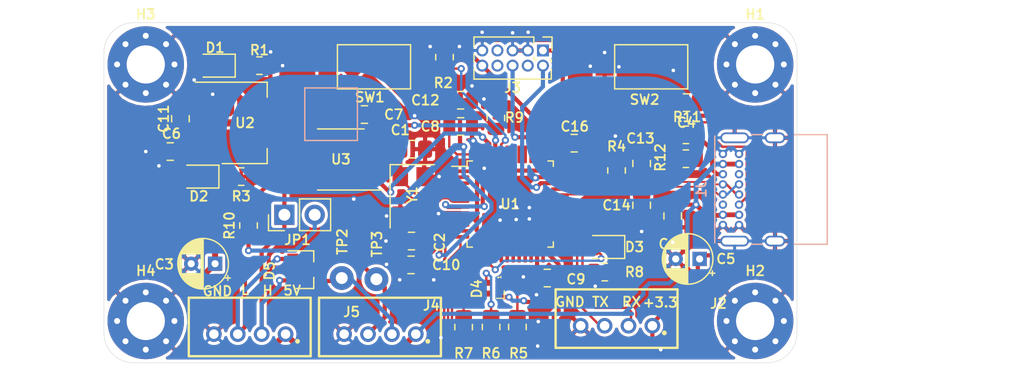
<source format=kicad_pcb>
(kicad_pcb (version 20171130) (host pcbnew "(5.1.6)-1")
  (layers (0 Front signal) (31 Back signal) (34 B.Paste user) (35 F.Paste user) (36 B.SilkS user) (37 F.SilkS user) (38 B.Mask user) (39 F.Mask user) (44 Edge.Cuts user))
  (net 0 "")
  (net 1 +5V)
  (net 2 GND)
  (net 3 "Net-(C2-Pad1)")
  (net 4 +3V3)
  (net 5 /USB+)
  (net 6 /USB-)
  (net 7 "Net-(D1-Pad1)")
  (net 8 "Net-(D2-Pad1)")
  (net 9 "Net-(D3-Pad1)")
  (net 10 "Net-(D4-Pad1)")
  (net 11 "Net-(D4-Pad2)")
  (net 12 /CANL)
  (net 13 /CANH)
  (net 14 /RST)
  (net 15 /CLK)
  (net 16 /SWDIO)
  (net 17 "Net-(JP1-Pad2)")
  (net 18 /Bleu)
  (net 19 /Vert)
  (net 20 /Rouge)
  (net 21 /R_point)
  (net 22 /TX)
  (net 23 /RX)
  (net 24 "Net-(U1-Pad15)")
  (net 25 "Net-(U1-Pad18)")
  (net 26 /CANRX)
  (net 27 /CANTX)
  (net 28 "Net-(U1-Pad25)")
  (net 29 "Net-(U1-Pad26)")
  (net 30 "Net-(U1-Pad27)")
  (net 31 "Net-(U1-Pad28)")
  (net 32 "Net-(U1-Pad29)")
  (net 33 "Net-(U3-Pad5)")
  (net 34 "Net-(U3-Pad8)")
  (net 35 /SWO)
  (net 36 /BOOT0)
  (net 37 "Net-(U1-Pad1)")
  (net 38 "Net-(U1-Pad2)")
  (net 39 "Net-(U1-Pad3)")
  (net 40 "Net-(U1-Pad4)")
  (net 41 "Net-(U1-Pad16)")
  (net 42 "Net-(U1-Pad17)")
  (net 43 "Net-(U1-Pad19)")
  (net 44 "Net-(U1-Pad20)")
  (net 45 "Net-(U1-Pad21)")
  (net 46 "Net-(U1-Pad22)")
  (net 47 /SWCLK)
  (net 48 "Net-(U1-Pad38)")
  (net 49 "Net-(U1-Pad40)")
  (net 50 "Net-(U1-Pad41)")
  (net 51 "Net-(U1-Pad42)")
  (net 52 "Net-(U1-Pad43)")
  (net 53 "Net-(C1-Pad1)")
  (net 54 "Net-(D3-Pad2)")
  (net 55 "Net-(D4-Pad3)")
  (net 56 "Net-(J3-Pad7)")
  (net 57 "Net-(J3-Pad8)")
  (net 58 "Net-(J1-PadB5)")
  (net 59 "Net-(J1-PadB8)")
  (net 60 "Net-(J1-PadA8)")
  (net 61 "Net-(J1-PadA5)")
  (module Resistor_SMD:R_0805_2012Metric (layer Front) (at 116.1 89.4 180)
    (fp_text reference R12 (at 2.1375 0.1 90) (layer F.SilkS) (effects (font (size 0.8128 0.8128) (thickness 0.1524))))
    (fp_text value 5.1k)
    (pad 2 smd roundrect (at 0.9125 0 180) (size 1.025 1.4) (layers Front F.Paste F.Mask) (roundrect_rratio 0.243902) (net 2 GND))
    (pad 1 smd roundrect (at -0.9125 0 180) (size 1.025 1.4) (layers Front F.Paste F.Mask) (roundrect_rratio 0.243902) (net 58 "Net-(J1-PadB5)"))
  )
  (module Resistor_SMD:R_0805_2012Metric (layer Front) (at 116.1 87.4 180)
    (fp_text reference R11 (at -0.1 1.5) (layer F.SilkS) (effects (font (size 0.8128 0.8128) (thickness 0.1524))))
    (fp_text value 5.1k)
    (pad 2 smd roundrect (at 0.9125 0 180) (size 1.025 1.4) (layers Front F.Paste F.Mask) (roundrect_rratio 0.243902) (net 2 GND))
    (pad 1 smd roundrect (at -0.9125 0 180) (size 1.025 1.4) (layers Front F.Paste F.Mask) (roundrect_rratio 0.243902) (net 61 "Net-(J1-PadA5)"))
  )
  (module Connector_USB:USB_C_Receptacle_GCT_USB4085 (layer Back) (at 119.2 89 270)
    (fp_text reference J1 (at 2.975 1.8 270) (layer B.SilkS) (effects (font (size 0.8128 0.8128) (thickness 0.1524)) (justify mirror)))
    (fp_text value USB_C_Receptacle_USB2.0)
    (pad S1 thru_hole oval (at 7.3 -4.36 270) (size 0.9 1.7) (drill oval 0.6 1.4) (layers *.Cu *.Mask) (net 2 GND))
    (pad S1 thru_hole oval (at -1.35 -4.36 270) (size 0.9 1.7) (drill oval 0.6 1.4) (layers *.Cu *.Mask) (net 2 GND))
    (pad S1 thru_hole oval (at 7.3 -0.98 270) (size 0.9 2.4) (drill oval 0.6 2.1) (layers *.Cu *.Mask) (net 2 GND))
    (pad S1 thru_hole oval (at -1.35 -0.98 270) (size 0.9 2.4) (drill oval 0.6 2.1) (layers *.Cu *.Mask) (net 2 GND))
    (pad B6 thru_hole circle (at 3.4 -1.35 270) (size 0.7 0.7) (drill 0.4) (layers *.Cu *.Mask) (net 5 /USB+))
    (pad B1 thru_hole circle (at 5.95 -1.35 270) (size 0.7 0.7) (drill 0.4) (layers *.Cu *.Mask) (net 2 GND))
    (pad B4 thru_hole circle (at 5.1 -1.35 270) (size 0.7 0.7) (drill 0.4) (layers *.Cu *.Mask) (net 1 +5V))
    (pad B5 thru_hole circle (at 4.25 -1.35 270) (size 0.7 0.7) (drill 0.4) (layers *.Cu *.Mask) (net 58 "Net-(J1-PadB5)"))
    (pad B12 thru_hole circle (at 0 -1.35 270) (size 0.7 0.7) (drill 0.4) (layers *.Cu *.Mask) (net 2 GND))
    (pad B8 thru_hole circle (at 1.7 -1.35 270) (size 0.7 0.7) (drill 0.4) (layers *.Cu *.Mask) (net 59 "Net-(J1-PadB8)"))
    (pad B7 thru_hole circle (at 2.55 -1.35 270) (size 0.7 0.7) (drill 0.4) (layers *.Cu *.Mask) (net 6 /USB-))
    (pad B9 thru_hole circle (at 0.85 -1.35 270) (size 0.7 0.7) (drill 0.4) (layers *.Cu *.Mask) (net 1 +5V))
    (pad A12 thru_hole circle (at 5.95 0 270) (size 0.7 0.7) (drill 0.4) (layers *.Cu *.Mask) (net 2 GND))
    (pad A9 thru_hole circle (at 5.1 0 270) (size 0.7 0.7) (drill 0.4) (layers *.Cu *.Mask) (net 1 +5V))
    (pad A8 thru_hole circle (at 4.25 0 270) (size 0.7 0.7) (drill 0.4) (layers *.Cu *.Mask) (net 60 "Net-(J1-PadA8)"))
    (pad A7 thru_hole circle (at 3.4 0 270) (size 0.7 0.7) (drill 0.4) (layers *.Cu *.Mask) (net 6 /USB-))
    (pad A6 thru_hole circle (at 2.55 0 270) (size 0.7 0.7) (drill 0.4) (layers *.Cu *.Mask) (net 5 /USB+))
    (pad A5 thru_hole circle (at 1.7 0 270) (size 0.7 0.7) (drill 0.4) (layers *.Cu *.Mask) (net 61 "Net-(J1-PadA5)"))
    (pad A4 thru_hole circle (at 0.85 0 270) (size 0.7 0.7) (drill 0.4) (layers *.Cu *.Mask) (net 1 +5V))
    (pad A1 thru_hole circle (at 0 0 270) (size 0.7 0.7) (drill 0.4) (layers *.Cu *.Mask) (net 2 GND))
  )
  (module Package_TO_SOT_SMD:SOT-223-3_TabPin2 (layer Front) (at 79.15 86.4)
    (fp_text reference U2 (at 0.05 0) (layer F.SilkS) (effects (font (size 0.8128 0.8128) (thickness 0.1524))))
    (fp_text value NCP1117-3.3_SOT223)
    (pad 2 smd rect (at 3.15 0) (size 2 3.8) (layers Front F.Paste F.Mask) (net 4 +3V3))
    (pad 2 smd rect (at -3.15 0) (size 2 1.5) (layers Front F.Paste F.Mask) (net 4 +3V3))
    (pad 3 smd rect (at -3.15 2.3) (size 2 1.5) (layers Front F.Paste F.Mask) (net 1 +5V))
    (pad 1 smd rect (at -3.15 -2.3) (size 2 1.5) (layers Front F.Paste F.Mask) (net 2 GND))
  )
  (module AREA_lib_Connector:Wuerth_2mm_4pin_62000411622 (layer Front) (at 110.3 102.8)
    (fp_text reference J2 (at 8.525 -1.258) (layer F.SilkS) (effects (font (size 0.8128 0.8128) (thickness 0.1524))))
    (fp_text value CON_debug)
    (pad 1 thru_hole circle (at 3 0.6) (size 1.308 1.308) (drill 0.8) (layers *.Cu *.Mask) (net 4 +3V3))
    (pad 2 thru_hole circle (at 1 0.6) (size 1.308 1.308) (drill 0.8) (layers *.Cu *.Mask) (net 23 /RX))
    (pad 3 thru_hole circle (at -1 0.6) (size 1.308 1.308) (drill 0.8) (layers *.Cu *.Mask) (net 22 /TX))
    (pad 4 thru_hole circle (at -3 0.6) (size 1.308 1.308) (drill 0.8) (layers *.Cu *.Mask) (net 2 GND))
  )
  (module MountingHole:MountingHole_3.2mm_M3_Pad_Via (layer Front) (at 70.9 103)
    (fp_text reference H4 (at 0 -4.2) (layer F.SilkS) (effects (font (size 0.8128 0.8128) (thickness 0.1524))))
    (fp_text value MountingHole_Pad)
    (pad 1 thru_hole circle (at 1.697056 -1.697056) (size 0.8 0.8) (drill 0.5) (layers *.Cu *.Mask) (net 2 GND))
    (pad 1 thru_hole circle (at 0 -2.4) (size 0.8 0.8) (drill 0.5) (layers *.Cu *.Mask) (net 2 GND))
    (pad 1 thru_hole circle (at -1.697056 -1.697056) (size 0.8 0.8) (drill 0.5) (layers *.Cu *.Mask) (net 2 GND))
    (pad 1 thru_hole circle (at -2.4 0) (size 0.8 0.8) (drill 0.5) (layers *.Cu *.Mask) (net 2 GND))
    (pad 1 thru_hole circle (at -1.697056 1.697056) (size 0.8 0.8) (drill 0.5) (layers *.Cu *.Mask) (net 2 GND))
    (pad 1 thru_hole circle (at 0 2.4) (size 0.8 0.8) (drill 0.5) (layers *.Cu *.Mask) (net 2 GND))
    (pad 1 thru_hole circle (at 1.697056 1.697056) (size 0.8 0.8) (drill 0.5) (layers *.Cu *.Mask) (net 2 GND))
    (pad 1 thru_hole circle (at 2.4 0) (size 0.8 0.8) (drill 0.5) (layers *.Cu *.Mask) (net 2 GND))
    (pad 1 thru_hole circle (at 0 0) (size 6.4 6.4) (drill 3.2) (layers *.Cu *.Mask) (net 2 GND))
  )
  (module MountingHole:MountingHole_3.2mm_M3_Pad_Via (layer Front) (at 70.9 81.5)
    (fp_text reference H3 (at 0 -4.2) (layer F.SilkS) (effects (font (size 0.8128 0.8128) (thickness 0.1524))))
    (fp_text value MountingHole_Pad)
    (pad 1 thru_hole circle (at 1.697056 -1.697056) (size 0.8 0.8) (drill 0.5) (layers *.Cu *.Mask) (net 2 GND))
    (pad 1 thru_hole circle (at 0 -2.4) (size 0.8 0.8) (drill 0.5) (layers *.Cu *.Mask) (net 2 GND))
    (pad 1 thru_hole circle (at -1.697056 -1.697056) (size 0.8 0.8) (drill 0.5) (layers *.Cu *.Mask) (net 2 GND))
    (pad 1 thru_hole circle (at -2.4 0) (size 0.8 0.8) (drill 0.5) (layers *.Cu *.Mask) (net 2 GND))
    (pad 1 thru_hole circle (at -1.697056 1.697056) (size 0.8 0.8) (drill 0.5) (layers *.Cu *.Mask) (net 2 GND))
    (pad 1 thru_hole circle (at 0 2.4) (size 0.8 0.8) (drill 0.5) (layers *.Cu *.Mask) (net 2 GND))
    (pad 1 thru_hole circle (at 1.697056 1.697056) (size 0.8 0.8) (drill 0.5) (layers *.Cu *.Mask) (net 2 GND))
    (pad 1 thru_hole circle (at 2.4 0) (size 0.8 0.8) (drill 0.5) (layers *.Cu *.Mask) (net 2 GND))
    (pad 1 thru_hole circle (at 0 0) (size 6.4 6.4) (drill 3.2) (layers *.Cu *.Mask) (net 2 GND))
  )
  (module MountingHole:MountingHole_3.2mm_M3_Pad_Via (layer Front) (at 121.9 103)
    (fp_text reference H2 (at 0 -4.2) (layer F.SilkS) (effects (font (size 0.8128 0.8128) (thickness 0.1524))))
    (fp_text value MountingHole_Pad)
    (pad 1 thru_hole circle (at 1.697056 -1.697056) (size 0.8 0.8) (drill 0.5) (layers *.Cu *.Mask) (net 2 GND))
    (pad 1 thru_hole circle (at 0 -2.4) (size 0.8 0.8) (drill 0.5) (layers *.Cu *.Mask) (net 2 GND))
    (pad 1 thru_hole circle (at -1.697056 -1.697056) (size 0.8 0.8) (drill 0.5) (layers *.Cu *.Mask) (net 2 GND))
    (pad 1 thru_hole circle (at -2.4 0) (size 0.8 0.8) (drill 0.5) (layers *.Cu *.Mask) (net 2 GND))
    (pad 1 thru_hole circle (at -1.697056 1.697056) (size 0.8 0.8) (drill 0.5) (layers *.Cu *.Mask) (net 2 GND))
    (pad 1 thru_hole circle (at 0 2.4) (size 0.8 0.8) (drill 0.5) (layers *.Cu *.Mask) (net 2 GND))
    (pad 1 thru_hole circle (at 1.697056 1.697056) (size 0.8 0.8) (drill 0.5) (layers *.Cu *.Mask) (net 2 GND))
    (pad 1 thru_hole circle (at 2.4 0) (size 0.8 0.8) (drill 0.5) (layers *.Cu *.Mask) (net 2 GND))
    (pad 1 thru_hole circle (at 0 0) (size 6.4 6.4) (drill 3.2) (layers *.Cu *.Mask) (net 2 GND))
  )
  (module MountingHole:MountingHole_3.2mm_M3_Pad_Via (layer Front) (at 121.9 81.5)
    (fp_text reference H1 (at 0 -4.2) (layer F.SilkS) (effects (font (size 0.8128 0.8128) (thickness 0.1524))))
    (fp_text value MountingHole_Pad)
    (pad 1 thru_hole circle (at 1.697056 -1.697056) (size 0.8 0.8) (drill 0.5) (layers *.Cu *.Mask) (net 2 GND))
    (pad 1 thru_hole circle (at 0 -2.4) (size 0.8 0.8) (drill 0.5) (layers *.Cu *.Mask) (net 2 GND))
    (pad 1 thru_hole circle (at -1.697056 -1.697056) (size 0.8 0.8) (drill 0.5) (layers *.Cu *.Mask) (net 2 GND))
    (pad 1 thru_hole circle (at -2.4 0) (size 0.8 0.8) (drill 0.5) (layers *.Cu *.Mask) (net 2 GND))
    (pad 1 thru_hole circle (at -1.697056 1.697056) (size 0.8 0.8) (drill 0.5) (layers *.Cu *.Mask) (net 2 GND))
    (pad 1 thru_hole circle (at 0 2.4) (size 0.8 0.8) (drill 0.5) (layers *.Cu *.Mask) (net 2 GND))
    (pad 1 thru_hole circle (at 1.697056 1.697056) (size 0.8 0.8) (drill 0.5) (layers *.Cu *.Mask) (net 2 GND))
    (pad 1 thru_hole circle (at 2.4 0) (size 0.8 0.8) (drill 0.5) (layers *.Cu *.Mask) (net 2 GND))
    (pad 1 thru_hole circle (at 0 0) (size 6.4 6.4) (drill 3.2) (layers *.Cu *.Mask) (net 2 GND))
  )
  (module TestPoint:TestPoint_Loop_D1.80mm_Drill1.0mm_Beaded (layer Front) (at 90.2 99.5 180)
    (fp_text reference TP3 (at -0.05 2.95 270) (layer F.SilkS) (effects (font (size 0.8128 0.8128) (thickness 0.1524))))
    (fp_text value TestPoint)
    (pad 1 thru_hole circle (at 0 0 180) (size 2 2) (drill 1) (layers *.Cu *.Mask) (net 12 /CANL))
  )
  (module TestPoint:TestPoint_Loop_D1.80mm_Drill1.0mm_Beaded (layer Front) (at 87.3 99.4 180)
    (fp_text reference TP2 (at -0.05 3.05 270) (layer F.SilkS) (effects (font (size 0.8128 0.8128) (thickness 0.1524))))
    (fp_text value TestPoint)
    (pad 1 thru_hole circle (at 0 0 180) (size 2 2) (drill 1) (layers *.Cu *.Mask) (net 13 /CANH))
  )
  (module TestPoint:TestPoint_Pad_4.0x4.0mm (layer Back) (at 86.41 85.67)
    (fp_text reference TP1 hide)
    (fp_text value Rmesure hide)
    (pad 1 smd oval (at -1 1.7) (size 15 10) (layers Back B.Mask) (net 21 /R_point))
    (pad 2 smd oval (at 23.79 1.83) (size 15 10) (layers Back B.Mask) (net 4 +3V3))
  )
  (module Capacitor_SMD:C_0805_2012Metric_Pad1.18x1.45mm_HandSolder (layer Front) (at 93.1375 96.3 180)
    (fp_text reference C2 (at -2.3625 -0.1 90) (layer F.SilkS) (effects (font (size 0.8128 0.8128) (thickness 0.1524))))
    (fp_text value 18p)
    (pad 2 smd roundrect (at 1.0375 0 180) (size 1.175 1.45) (layers Front F.Paste F.Mask) (roundrect_rratio 0.2127659574468085) (net 2 GND))
    (pad 1 smd roundrect (at -1.0375 0 180) (size 1.175 1.45) (layers Front F.Paste F.Mask) (roundrect_rratio 0.2127659574468085) (net 3 "Net-(C2-Pad1)"))
  )
  (module Capacitor_SMD:C_0805_2012Metric (layer Front) (at 72.95 88.8 180)
    (fp_text reference C6 (at -0.1 1.5) (layer F.SilkS) (effects (font (size 0.8128 0.8128) (thickness 0.1524))))
    (fp_text value 10u)
    (pad 1 smd roundrect (at -0.95 0 180) (size 1 1.45) (layers Front F.Paste F.Mask) (net 1 +5V))
    (pad 2 smd roundrect (at 0.95 0 180) (size 1 1.45) (layers Front F.Paste F.Mask) (net 2 GND))
  )
  (module Capacitor_SMD:C_0805_2012Metric (layer Front) (at 89.2 85.7)
    (fp_text reference C7 (at 2.45 0) (layer F.SilkS) (effects (font (size 0.8128 0.8128) (thickness 0.1524))))
    (fp_text value 100n)
    (pad 2 smd roundrect (at 0.95 0) (size 1 1.45) (layers Front F.Paste F.Mask) (net 2 GND))
    (pad 1 smd roundrect (at -0.95 0) (size 1 1.45) (layers Front F.Paste F.Mask) (net 4 +3V3))
  )
  (module Capacitor_SMD:C_0805_2012Metric (layer Front) (at 97.25 86.7)
    (fp_text reference C8 (at -2.55 0) (layer F.SilkS) (effects (font (size 0.8128 0.8128) (thickness 0.1524))))
    (fp_text value 10u)
    (pad 1 smd roundrect (at -0.95 0) (size 1 1.45) (layers Front F.Paste F.Mask) (net 4 +3V3))
    (pad 2 smd roundrect (at 0.95 0) (size 1 1.45) (layers Front F.Paste F.Mask) (net 2 GND))
  )
  (module Capacitor_SMD:C_0805_2012Metric (layer Front) (at 104.5 99.4 180)
    (fp_text reference C9 (at -2.4 -0.1) (layer F.SilkS) (effects (font (size 0.8128 0.8128) (thickness 0.1524))))
    (fp_text value 100n)
    (pad 2 smd roundrect (at 0.95 0 180) (size 1 1.45) (layers Front F.Paste F.Mask) (net 2 GND))
    (pad 1 smd roundrect (at -0.95 0 180) (size 1 1.45) (layers Front F.Paste F.Mask) (net 4 +3V3))
  )
  (module Capacitor_SMD:C_0805_2012Metric (layer Front) (at 93.1 98.3 180)
    (fp_text reference C10 (at -2.95 0) (layer F.SilkS) (effects (font (size 0.8128 0.8128) (thickness 0.1524))))
    (fp_text value 100n)
    (pad 1 smd roundrect (at -0.95 0 180) (size 1 1.45) (layers Front F.Paste F.Mask) (net 4 +3V3))
    (pad 2 smd roundrect (at 0.95 0 180) (size 1 1.45) (layers Front F.Paste F.Mask) (net 2 GND))
  )
  (module Capacitor_SMD:C_0805_2012Metric (layer Front) (at 73.8 86.05 90)
    (fp_text reference C11 (at 0 -1.4 90) (layer F.SilkS) (effects (font (size 0.8128 0.8128) (thickness 0.1524))))
    (fp_text value 10u)
    (pad 2 smd roundrect (at 0.95 0 90) (size 1 1.45) (layers Front F.Paste F.Mask) (net 2 GND))
    (pad 1 smd roundrect (at -0.95 0 90) (size 1 1.45) (layers Front F.Paste F.Mask) (net 4 +3V3))
  )
  (module Capacitor_SMD:C_0805_2012Metric (layer Front) (at 97.25 84.5)
    (fp_text reference C12 (at -2.95 0) (layer F.SilkS) (effects (font (size 0.8128 0.8128) (thickness 0.1524))))
    (fp_text value 100n)
    (pad 1 smd roundrect (at -0.95 0) (size 1 1.45) (layers Front F.Paste F.Mask) (net 4 +3V3))
    (pad 2 smd roundrect (at 0.95 0) (size 1 1.45) (layers Front F.Paste F.Mask) (net 2 GND))
  )
  (module Capacitor_SMD:C_0805_2012Metric (layer Front) (at 112.4 89.8 90)
    (fp_text reference C13 (at 2.1 -0.1 180) (layer F.SilkS) (effects (font (size 0.8128 0.8128) (thickness 0.1524))))
    (fp_text value 47p)
    (pad 2 smd roundrect (at 0.95 0 90) (size 1 1.45) (layers Front F.Paste F.Mask) (net 2 GND))
    (pad 1 smd roundrect (at -0.95 0 90) (size 1 1.45) (layers Front F.Paste F.Mask) (net 5 /USB+))
  )
  (module Capacitor_SMD:C_0805_2012Metric (layer Front) (at 112.4 93.3 270)
    (fp_text reference C14 (at 0 2.1 180) (layer F.SilkS) (effects (font (size 0.8128 0.8128) (thickness 0.1524))))
    (fp_text value 47p)
    (pad 1 smd roundrect (at -0.95 0 270) (size 1 1.45) (layers Front F.Paste F.Mask) (net 6 /USB-))
    (pad 2 smd roundrect (at 0.95 0 270) (size 1 1.45) (layers Front F.Paste F.Mask) (net 2 GND))
  )
  (module Capacitor_SMD:C_0805_2012Metric (layer Front) (at 115 94.2 270)
    (fp_text reference C15 (at 2.35 0 180) (layer F.SilkS) (effects (font (size 0.8128 0.8128) (thickness 0.1524))))
    (fp_text value 10u)
    (pad 1 smd roundrect (at -0.95 0 270) (size 1 1.45) (layers Front F.Paste F.Mask) (net 1 +5V))
    (pad 2 smd roundrect (at 0.95 0 270) (size 1 1.45) (layers Front F.Paste F.Mask) (net 2 GND))
  )
  (module Capacitor_SMD:C_0805_2012Metric (layer Front) (at 106.75 88.1)
    (fp_text reference C16 (at 0.05 -1.4 180) (layer F.SilkS) (effects (font (size 0.8128 0.8128) (thickness 0.1524))))
    (fp_text value 100n)
    (pad 1 smd roundrect (at -0.95 0) (size 1 1.45) (layers Front F.Paste F.Mask) (net 4 +3V3))
    (pad 2 smd roundrect (at 0.95 0) (size 1 1.45) (layers Front F.Paste F.Mask) (net 2 GND))
  )
  (module LED_SMD:LED_0805_2012Metric (layer Front) (at 75.3375 90.9 180)
    (fp_text reference D2 (at 0 -1.65) (layer F.SilkS) (effects (font (size 0.8128 0.8128) (thickness 0.1524))))
    (fp_text value LED_5V)
    (pad 2 smd roundrect (at 0.9375 0 180) (size 0.975 1.4) (layers Front F.Paste F.Mask) (net 1 +5V))
    (pad 1 smd roundrect (at -0.9375 0 180) (size 0.975 1.4) (layers Front F.Paste F.Mask) (net 8 "Net-(D2-Pad1)"))
  )
  (module LED_SMD:LED_0805_2012Metric (layer Front) (at 109.3 96.8 180)
    (fp_text reference D3 (at -2.5 0) (layer F.SilkS) (effects (font (size 0.8128 0.8128) (thickness 0.1524))))
    (fp_text value LED_DEBUG)
    (pad 2 smd roundrect (at 0.9375 0 180) (size 0.975 1.4) (layers Front F.Paste F.Mask) (net 54 "Net-(D3-Pad2)"))
    (pad 1 smd roundrect (at -0.9375 0 180) (size 0.975 1.4) (layers Front F.Paste F.Mask) (net 9 "Net-(D3-Pad1)"))
  )
  (module AREA_lib_Connector:Wuerth_2mm_4pin_62000411622 (layer Front) (at 90.5 103.5)
    (fp_text reference J4 (at 4.3 -1.8) (layer F.SilkS) (effects (font (size 0.8128 0.8128) (thickness 0.1524))))
    (fp_text value CON_CAN)
    (pad 1 thru_hole circle (at 3 0.6) (size 1.308 1.308) (drill 0.8) (layers *.Cu *.Mask) (net 1 +5V))
    (pad 2 thru_hole circle (at 1 0.6) (size 1.308 1.308) (drill 0.8) (layers *.Cu *.Mask) (net 13 /CANH))
    (pad 3 thru_hole circle (at -1 0.6) (size 1.308 1.308) (drill 0.8) (layers *.Cu *.Mask) (net 12 /CANL))
    (pad 4 thru_hole circle (at -3 0.6) (size 1.308 1.308) (drill 0.8) (layers *.Cu *.Mask) (net 2 GND))
  )
  (module Resistor_SMD:R_0805_2012Metric (layer Front) (at 80.4125 81.6 180)
    (fp_text reference R1 (at 0 1.3) (layer F.SilkS) (effects (font (size 0.8128 0.8128) (thickness 0.1524))))
    (fp_text value 270)
    (pad 1 smd roundrect (at -0.9125 0 180) (size 1.025 1.4) (layers Front F.Paste F.Mask) (roundrect_rratio 0.2439014634146341) (net 2 GND))
    (pad 2 smd roundrect (at 0.9125 0 180) (size 1.025 1.4) (layers Front F.Paste F.Mask) (roundrect_rratio 0.2439014634146341) (net 7 "Net-(D1-Pad1)"))
  )
  (module Resistor_SMD:R_0805_2012Metric (layer Front) (at 95.9 80.8875 270)
    (fp_text reference R2 (at 2.1625 0.1 180) (layer F.SilkS) (effects (font (size 0.8128 0.8128) (thickness 0.1524))))
    (fp_text value 10k)
    (pad 2 smd roundrect (at 0.9125 0 270) (size 1.025 1.4) (layers Front F.Paste F.Mask) (roundrect_rratio 0.2439014634146341) (net 36 /BOOT0))
    (pad 1 smd roundrect (at -0.9125 0 270) (size 1.025 1.4) (layers Front F.Paste F.Mask) (roundrect_rratio 0.2439014634146341) (net 2 GND))
  )
  (module Resistor_SMD:R_0805_2012Metric (layer Front) (at 78.8875 90.9 180)
    (fp_text reference R3 (at 0 -1.65) (layer F.SilkS) (effects (font (size 0.8128 0.8128) (thickness 0.1524))))
    (fp_text value 270)
    (pad 1 smd roundrect (at -0.9125 0 180) (size 1.025 1.4) (layers Front F.Paste F.Mask) (roundrect_rratio 0.2439014634146341) (net 2 GND))
    (pad 2 smd roundrect (at 0.9125 0 180) (size 1.025 1.4) (layers Front F.Paste F.Mask) (roundrect_rratio 0.2439014634146341) (net 8 "Net-(D2-Pad1)"))
  )
  (module Resistor_SMD:R_0805_2012Metric (layer Front) (at 110.3 90.3875 270)
    (fp_text reference R4 (at -2.0125 0 180) (layer F.SilkS) (effects (font (size 0.8128 0.8128) (thickness 0.1524))))
    (fp_text value 1.5k)
    (pad 2 smd roundrect (at 0.9125 0 270) (size 1.025 1.4) (layers Front F.Paste F.Mask) (roundrect_rratio 0.2439014634146341) (net 5 /USB+))
    (pad 1 smd roundrect (at -0.9125 0 270) (size 1.025 1.4) (layers Front F.Paste F.Mask) (roundrect_rratio 0.2439014634146341) (net 4 +3V3))
  )
  (module Resistor_SMD:R_0805_2012Metric (layer Front) (at 102 103.5 270)
    (fp_text reference R5 (at 2.2 -0.1) (layer F.SilkS) (effects (font (size 0.8128 0.8128) (thickness 0.1524))))
    (fp_text value 270)
    (pad 2 smd roundrect (at 0.9125 0 270) (size 1.025 1.4) (layers Front F.Paste F.Mask) (roundrect_rratio 0.2439014634146341) (net 18 /Bleu))
    (pad 1 smd roundrect (at -0.9125 0 270) (size 1.025 1.4) (layers Front F.Paste F.Mask) (roundrect_rratio 0.2439014634146341) (net 10 "Net-(D4-Pad1)"))
  )
  (module Resistor_SMD:R_0805_2012Metric (layer Front) (at 99.8 103.5 270)
    (fp_text reference R6 (at 2.2 0) (layer F.SilkS) (effects (font (size 0.8128 0.8128) (thickness 0.1524))))
    (fp_text value 270)
    (pad 2 smd roundrect (at 0.9125 0 270) (size 1.025 1.4) (layers Front F.Paste F.Mask) (roundrect_rratio 0.2439014634146341) (net 19 /Vert))
    (pad 1 smd roundrect (at -0.9125 0 270) (size 1.025 1.4) (layers Front F.Paste F.Mask) (roundrect_rratio 0.2439014634146341) (net 11 "Net-(D4-Pad2)"))
  )
  (module Resistor_SMD:R_0805_2012Metric (layer Front) (at 97.5 103.5125 270)
    (fp_text reference R7 (at 2.1875 0 180) (layer F.SilkS) (effects (font (size 0.8128 0.8128) (thickness 0.1524))))
    (fp_text value 270)
    (pad 1 smd roundrect (at -0.9125 0 270) (size 1.025 1.4) (layers Front F.Paste F.Mask) (roundrect_rratio 0.2439014634146341) (net 55 "Net-(D4-Pad3)"))
    (pad 2 smd roundrect (at 0.9125 0 270) (size 1.025 1.4) (layers Front F.Paste F.Mask) (roundrect_rratio 0.2439014634146341) (net 20 /Rouge))
  )
  (module Resistor_SMD:R_0805_2012Metric (layer Front) (at 109.3125 98.9)
    (fp_text reference R8 (at 2.4875 0) (layer F.SilkS) (effects (font (size 0.8128 0.8128) (thickness 0.1524))))
    (fp_text value 270)
    (pad 2 smd roundrect (at 0.9125 0) (size 1.025 1.4) (layers Front F.Paste F.Mask) (roundrect_rratio 0.2439014634146341) (net 9 "Net-(D3-Pad1)"))
    (pad 1 smd roundrect (at -0.9125 0) (size 1.025 1.4) (layers Front F.Paste F.Mask) (roundrect_rratio 0.2439014634146341) (net 2 GND))
  )
  (module Resistor_SMD:R_0805_2012Metric (layer Front) (at 100.2 85.9875 270)
    (fp_text reference R9 (at -0.0375 -1.55 180) (layer F.SilkS) (effects (font (size 0.8128 0.8128) (thickness 0.1524))))
    (fp_text value 1k)
    (pad 1 smd roundrect (at -0.9125 0 270) (size 1.025 1.4) (layers Front F.Paste F.Mask) (roundrect_rratio 0.2439014634146341) (net 2 GND))
    (pad 2 smd roundrect (at 0.9125 0 270) (size 1.025 1.4) (layers Front F.Paste F.Mask) (roundrect_rratio 0.2439014634146341) (net 21 /R_point))
  )
  (module Package_SO:SOIC-8_3.9x4.9mm_P1.27mm (layer Front) (at 87.225 89.465 180)
    (fp_text reference U3 (at 0 0.015) (layer F.SilkS) (effects (font (size 0.8128 0.8128) (thickness 0.1524))))
    (fp_text value SN65HVD232)
    (pad 1 smd roundrect (at -2.475 -1.905 180) (size 1.95 0.6) (layers Front F.Paste F.Mask) (net 27 /CANTX))
    (pad 2 smd roundrect (at -2.475 -0.635 180) (size 1.95 0.6) (layers Front F.Paste F.Mask) (net 2 GND))
    (pad 3 smd roundrect (at -2.475 0.635 180) (size 1.95 0.6) (layers Front F.Paste F.Mask) (net 4 +3V3))
    (pad 4 smd roundrect (at -2.475 1.905 180) (size 1.95 0.6) (layers Front F.Paste F.Mask) (net 26 /CANRX))
    (pad 5 smd roundrect (at 2.475 1.905 180) (size 1.95 0.6) (layers Front F.Paste F.Mask) (net 33 "Net-(U3-Pad5)"))
    (pad 6 smd roundrect (at 2.475 0.635 180) (size 1.95 0.6) (layers Front F.Paste F.Mask) (net 12 /CANL))
    (pad 7 smd roundrect (at 2.475 -0.635 180) (size 1.95 0.6) (layers Front F.Paste F.Mask) (net 13 /CANH))
    (pad 8 smd roundrect (at 2.475 -1.905 180) (size 1.95 0.6) (layers Front F.Paste F.Mask) (net 34 "Net-(U3-Pad8)"))
  )
  (module Crystal:Crystal_SMD_5032-4Pin_5.0x3.2mm (layer Front) (at 93.2 92.55 270)
    (fp_text reference Y1 (at -0.1 0 90) (layer F.SilkS) (effects (font (size 0.8128 0.8128) (thickness 0.1524))))
    (fp_text value 8MHz)
    (pad 1 smd rect (at -1.65 1 270) (size 1.6 1.3) (layers Front F.Paste F.Mask) (net 53 "Net-(C1-Pad1)"))
    (pad 2 smd rect (at 1.65 1 270) (size 1.6 1.3) (layers Front F.Paste F.Mask) (net 2 GND))
    (pad 3 smd rect (at 1.65 -1 270) (size 1.6 1.3) (layers Front F.Paste F.Mask) (net 3 "Net-(C2-Pad1)"))
    (pad 4 smd rect (at -1.65 -1 270) (size 1.6 1.3) (layers Front F.Paste F.Mask) (net 2 GND))
  )
  (module Connector_PinHeader_2.54mm:PinHeader_1x02_P2.54mm_Vertical (layer Front) (at 82.5 94.1 90)
    (fp_text reference JP1 (at -2.1 1.1) (layer F.SilkS) (effects (font (size 0.8128 0.8128) (thickness 0.1524))))
    (fp_text value JUMPER)
    (pad 1 thru_hole rect (at 0 0 90) (size 1.7 1.7) (drill 1) (layers *.Cu *.Mask) (net 13 /CANH))
    (pad 2 thru_hole oval (at 0 2.54 90) (size 1.7 1.7) (drill 1) (layers *.Cu *.Mask) (net 17 "Net-(JP1-Pad2)"))
  )
  (module Button_Switch_SMD:SW_SPST_CK_RS282G05A3 (layer Front) (at 90 81.7)
    (fp_text reference SW1 (at -0.35 2.55) (layer F.SilkS) (effects (font (size 0.8128 0.8128) (thickness 0.1524))))
    (fp_text value BOOT)
    (pad 2 smd rect (at 3.9 0) (size 1.5 1.5) (layers Front F.Paste F.Mask) (net 36 /BOOT0))
    (pad 1 smd rect (at -3.9 0) (size 1.5 1.5) (layers Front F.Paste F.Mask) (net 4 +3V3))
  )
  (module Button_Switch_SMD:SW_SPST_CK_RS282G05A3 (layer Front) (at 113.2 81.7)
    (fp_text reference SW2 (at -0.55 2.75) (layer F.SilkS) (effects (font (size 0.8128 0.8128) (thickness 0.1524))))
    (fp_text value RST)
    (pad 1 smd rect (at -3.9 0) (size 1.5 1.5) (layers Front F.Paste F.Mask) (net 2 GND))
    (pad 2 smd rect (at 3.9 0) (size 1.5 1.5) (layers Front F.Paste F.Mask) (net 14 /RST))
  )
  (module Package_QFP:LQFP-48_7x7mm_P0.5mm (layer Front) (at 101.4 93.2)
    (fp_text reference U1 (at 0 0) (layer F.SilkS) (effects (font (size 0.8128 0.8128) (thickness 0.1524))))
    (fp_text value STM32F302C6Tx)
    (pad 1 smd roundrect (at -4.1625 -2.75) (size 1.475 0.3) (layers Front F.Paste F.Mask) (net 37 "Net-(U1-Pad1)"))
    (pad 2 smd roundrect (at -4.1625 -2.25) (size 1.475 0.3) (layers Front F.Paste F.Mask) (net 38 "Net-(U1-Pad2)"))
    (pad 3 smd roundrect (at -4.1625 -1.75) (size 1.475 0.3) (layers Front F.Paste F.Mask) (net 39 "Net-(U1-Pad3)"))
    (pad 4 smd roundrect (at -4.1625 -1.25) (size 1.475 0.3) (layers Front F.Paste F.Mask) (net 40 "Net-(U1-Pad4)"))
    (pad 5 smd roundrect (at -4.1625 -0.75) (size 1.475 0.3) (layers Front F.Paste F.Mask) (net 53 "Net-(C1-Pad1)"))
    (pad 6 smd roundrect (at -4.1625 -0.25) (size 1.475 0.3) (layers Front F.Paste F.Mask) (net 3 "Net-(C2-Pad1)"))
    (pad 7 smd roundrect (at -4.1625 0.25) (size 1.475 0.3) (layers Front F.Paste F.Mask) (net 14 /RST))
    (pad 8 smd roundrect (at -4.1625 0.75) (size 1.475 0.3) (layers Front F.Paste F.Mask) (net 2 GND))
    (pad 9 smd roundrect (at -4.1625 1.25) (size 1.475 0.3) (layers Front F.Paste F.Mask) (net 4 +3V3))
    (pad 10 smd roundrect (at -4.1625 1.75) (size 1.475 0.3) (layers Front F.Paste F.Mask) (net 21 /R_point))
    (pad 11 smd roundrect (at -4.1625 2.25) (size 1.475 0.3) (layers Front F.Paste F.Mask) (net 20 /Rouge))
    (pad 12 smd roundrect (at -4.1625 2.75) (size 1.475 0.3) (layers Front F.Paste F.Mask) (net 19 /Vert))
    (pad 13 smd roundrect (at -2.75 4.1625) (size 0.3 1.475) (layers Front F.Paste F.Mask) (net 18 /Bleu))
    (pad 14 smd roundrect (at -2.25 4.1625) (size 0.3 1.475) (layers Front F.Paste F.Mask) (net 54 "Net-(D3-Pad2)"))
    (pad 15 smd roundrect (at -1.75 4.1625) (size 0.3 1.475) (layers Front F.Paste F.Mask) (net 24 "Net-(U1-Pad15)"))
    (pad 16 smd roundrect (at -1.25 4.1625) (size 0.3 1.475) (layers Front F.Paste F.Mask) (net 41 "Net-(U1-Pad16)"))
    (pad 17 smd roundrect (at -0.75 4.1625) (size 0.3 1.475) (layers Front F.Paste F.Mask) (net 42 "Net-(U1-Pad17)"))
    (pad 18 smd roundrect (at -0.25 4.1625) (size 0.3 1.475) (layers Front F.Paste F.Mask) (net 25 "Net-(U1-Pad18)"))
    (pad 19 smd roundrect (at 0.25 4.1625) (size 0.3 1.475) (layers Front F.Paste F.Mask) (net 43 "Net-(U1-Pad19)"))
    (pad 20 smd roundrect (at 0.75 4.1625) (size 0.3 1.475) (layers Front F.Paste F.Mask) (net 44 "Net-(U1-Pad20)"))
    (pad 21 smd roundrect (at 1.25 4.1625) (size 0.3 1.475) (layers Front F.Paste F.Mask) (net 45 "Net-(U1-Pad21)"))
    (pad 22 smd roundrect (at 1.75 4.1625) (size 0.3 1.475) (layers Front F.Paste F.Mask) (net 46 "Net-(U1-Pad22)"))
    (pad 23 smd roundrect (at 2.25 4.1625) (size 0.3 1.475) (layers Front F.Paste F.Mask) (net 2 GND))
    (pad 24 smd roundrect (at 2.75 4.1625) (size 0.3 1.475) (layers Front F.Paste F.Mask) (net 4 +3V3))
    (pad 25 smd roundrect (at 4.1625 2.75) (size 1.475 0.3) (layers Front F.Paste F.Mask) (net 28 "Net-(U1-Pad25)"))
    (pad 26 smd roundrect (at 4.1625 2.25) (size 1.475 0.3) (layers Front F.Paste F.Mask) (net 29 "Net-(U1-Pad26)"))
    (pad 27 smd roundrect (at 4.1625 1.75) (size 1.475 0.3) (layers Front F.Paste F.Mask) (net 30 "Net-(U1-Pad27)"))
    (pad 28 smd roundrect (at 4.1625 1.25) (size 1.475 0.3) (layers Front F.Paste F.Mask) (net 31 "Net-(U1-Pad28)"))
    (pad 29 smd roundrect (at 4.1625 0.75) (size 1.475 0.3) (layers Front F.Paste F.Mask) (net 32 "Net-(U1-Pad29)"))
    (pad 30 smd roundrect (at 4.1625 0.25) (size 1.475 0.3) (layers Front F.Paste F.Mask) (net 22 /TX))
    (pad 31 smd roundrect (at 4.1625 -0.25) (size 1.475 0.3) (layers Front F.Paste F.Mask) (net 23 /RX))
    (pad 32 smd roundrect (at 4.1625 -0.75) (size 1.475 0.3) (layers Front F.Paste F.Mask) (net 6 /USB-))
    (pad 33 smd roundrect (at 4.1625 -1.25) (size 1.475 0.3) (layers Front F.Paste F.Mask) (net 5 /USB+))
    (pad 34 smd roundrect (at 4.1625 -1.75) (size 1.475 0.3) (layers Front F.Paste F.Mask) (net 16 /SWDIO))
    (pad 35 smd roundrect (at 4.1625 -2.25) (size 1.475 0.3) (layers Front F.Paste F.Mask) (net 2 GND))
    (pad 36 smd roundrect (at 4.1625 -2.75) (size 1.475 0.3) (layers Front F.Paste F.Mask) (net 4 +3V3))
    (pad 37 smd roundrect (at 2.75 -4.1625) (size 0.3 1.475) (layers Front F.Paste F.Mask) (net 47 /SWCLK))
    (pad 38 smd roundrect (at 2.25 -4.1625) (size 0.3 1.475) (layers Front F.Paste F.Mask) (net 48 "Net-(U1-Pad38)"))
    (pad 39 smd roundrect (at 1.75 -4.1625) (size 0.3 1.475) (layers Front F.Paste F.Mask) (net 35 /SWO))
    (pad 40 smd roundrect (at 1.25 -4.1625) (size 0.3 1.475) (layers Front F.Paste F.Mask) (net 49 "Net-(U1-Pad40)"))
    (pad 41 smd roundrect (at 0.75 -4.1625) (size 0.3 1.475) (layers Front F.Paste F.Mask) (net 50 "Net-(U1-Pad41)"))
    (pad 42 smd roundrect (at 0.25 -4.1625) (size 0.3 1.475) (layers Front F.Paste F.Mask) (net 51 "Net-(U1-Pad42)"))
    (pad 43 smd roundrect (at -0.25 -4.1625) (size 0.3 1.475) (layers Front F.Paste F.Mask) (net 52 "Net-(U1-Pad43)"))
    (pad 44 smd roundrect (at -0.75 -4.1625) (size 0.3 1.475) (layers Front F.Paste F.Mask) (net 36 /BOOT0))
    (pad 45 smd roundrect (at -1.25 -4.1625) (size 0.3 1.475) (layers Front F.Paste F.Mask) (net 26 /CANRX))
    (pad 46 smd roundrect (at -1.75 -4.1625) (size 0.3 1.475) (layers Front F.Paste F.Mask) (net 27 /CANTX))
    (pad 47 smd roundrect (at -2.25 -4.1625) (size 0.3 1.475) (layers Front F.Paste F.Mask) (net 2 GND))
    (pad 48 smd roundrect (at -2.75 -4.1625) (size 0.3 1.475) (layers Front F.Paste F.Mask) (net 4 +3V3))
  )
  (module Capacitor_SMD:C_0805_2012Metric_Pad1.18x1.45mm_HandSolder (layer Front) (at 93.2375 88.6)
    (fp_text reference C1 (at -1.0375 -1.6) (layer F.SilkS) (effects (font (size 0.8128 0.8128) (thickness 0.1524))))
    (fp_text value 18p)
    (pad 1 smd roundrect (at -1.0375 0) (size 1.175 1.45) (layers Front F.Paste F.Mask) (roundrect_rratio 0.2127659574468085) (net 53 "Net-(C1-Pad1)"))
    (pad 2 smd roundrect (at 1.0375 0) (size 1.175 1.45) (layers Front F.Paste F.Mask) (roundrect_rratio 0.2127659574468085) (net 2 GND))
  )
  (module Capacitor_THT:CP_Radial_D4.0mm_P2.00mm (layer Front) (at 76.7 98.2 180)
    (fp_text reference C3 (at 4.25 -0.05) (layer F.SilkS) (effects (font (size 0.8128 0.8128) (thickness 0.1524))))
    (fp_text value 10u)
    (pad 1 thru_hole rect (at 0 0 180) (size 1.2 1.2) (drill 0.6) (layers *.Cu *.Mask) (net 1 +5V))
    (pad 2 thru_hole circle (at 2 0 180) (size 1.2 1.2) (drill 0.6) (layers *.Cu *.Mask) (net 2 GND))
  )
  (module Capacitor_SMD:C_0805_2012Metric (layer Front) (at 116.15 84.7 180)
    (fp_text reference C4 (at 0 -1.68) (layer F.SilkS) (effects (font (size 0.8128 0.8128) (thickness 0.1524))))
    (fp_text value 0.1u)
    (pad 1 smd roundrect (at -0.95 0 180) (size 1 1.45) (layers Front F.Paste F.Mask) (net 14 /RST))
    (pad 2 smd roundrect (at 0.95 0 180) (size 1 1.45) (layers Front F.Paste F.Mask) (net 2 GND))
  )
  (module Capacitor_THT:CP_Radial_D4.0mm_P2.00mm (layer Front) (at 117.25 97.8 180)
    (fp_text reference C5 (at -2.2 0) (layer F.SilkS) (effects (font (size 0.8128 0.8128) (thickness 0.1524))))
    (fp_text value 10u)
    (pad 2 thru_hole circle (at 2 0 180) (size 1.2 1.2) (drill 0.6) (layers *.Cu *.Mask) (net 2 GND))
    (pad 1 thru_hole rect (at 0 0 180) (size 1.2 1.2) (drill 0.6) (layers *.Cu *.Mask) (net 4 +3V3))
  )
  (module LED_SMD:LED_0805_2012Metric (layer Front) (at 76.7 81.6 180)
    (fp_text reference D1 (at 0 1.5) (layer F.SilkS) (effects (font (size 0.8128 0.8128) (thickness 0.1524))))
    (fp_text value LED_33V)
    (pad 1 smd roundrect (at -0.9375 0 180) (size 0.975 1.4) (layers Front F.Paste F.Mask) (net 7 "Net-(D1-Pad1)"))
    (pad 2 smd roundrect (at 0.9375 0 180) (size 0.975 1.4) (layers Front F.Paste F.Mask) (net 4 +3V3))
  )
  (module LED_SMD:LED_SK6812_EC15_1.5x1.5mm (layer Front) (at 100.05 100.25 270)
    (fp_text reference D4 (at 0.05 1.45 90) (layer F.SilkS) (effects (font (size 0.8128 0.8128) (thickness 0.1524))))
    (fp_text value LED_RGBA)
    (fp_text user 1 (at -0.925 -0.45 90) (layer F.SilkS) (effects (font (size 0.3 0.3) (thickness 0.075))))
    (pad 4 smd rect (at 0.45 -0.45 270) (size 0.5 0.5) (layers Front F.Paste F.Mask) (net 4 +3V3))
    (pad 3 smd rect (at 0.45 0.45 270) (size 0.5 0.5) (layers Front F.Paste F.Mask) (net 55 "Net-(D4-Pad3)"))
    (pad 2 smd rect (at -0.45 0.45 270) (size 0.5 0.5) (layers Front F.Paste F.Mask) (net 11 "Net-(D4-Pad2)"))
    (pad 1 smd rect (at -0.45 -0.45 270) (size 0.5 0.5) (layers Front F.Paste F.Mask) (net 10 "Net-(D4-Pad1)"))
  )
  (module Package_TO_SOT_SMD:SOT-23 (layer Front) (at 84.2 98.7)
    (fp_text reference D5 (at -2.95 0.1 270) (layer F.SilkS) (effects (font (size 0.8128 0.8128) (thickness 0.1524))))
    (fp_text value TVS)
    (pad 1 smd rect (at -1 -0.95) (size 0.9 0.8) (layers Front F.Paste F.Mask) (net 12 /CANL))
    (pad 2 smd rect (at -1 0.95) (size 0.9 0.8) (layers Front F.Paste F.Mask) (net 13 /CANH))
    (pad 3 smd rect (at 1 0) (size 0.9 0.8) (layers Front F.Paste F.Mask) (net 2 GND))
  )
  (module Connector_PinHeader_1.27mm:PinHeader_2x05_P1.27mm_Vertical (layer Front) (at 104.14 80.33 270)
    (fp_text reference J3 (at 3.12 2.54 180) (layer F.SilkS) (effects (font (size 0.8128 0.8128) (thickness 0.1524))))
    (fp_text value Conn_ARM_JTAG_SWD_10)
    (pad 1 thru_hole rect (at 0 0 270) (size 1 1) (drill 0.65) (layers *.Cu *.Mask) (net 4 +3V3))
    (pad 2 thru_hole oval (at 1.27 0 270) (size 1 1) (drill 0.65) (layers *.Cu *.Mask) (net 16 /SWDIO))
    (pad 3 thru_hole oval (at 0 1.27 270) (size 1 1) (drill 0.65) (layers *.Cu *.Mask) (net 2 GND))
    (pad 4 thru_hole oval (at 1.27 1.27 270) (size 1 1) (drill 0.65) (layers *.Cu *.Mask) (net 15 /CLK))
    (pad 5 thru_hole oval (at 0 2.54 270) (size 1 1) (drill 0.65) (layers *.Cu *.Mask) (net 2 GND))
    (pad 6 thru_hole oval (at 1.27 2.54 270) (size 1 1) (drill 0.65) (layers *.Cu *.Mask) (net 35 /SWO))
    (pad 7 thru_hole oval (at 0 3.81 270) (size 1 1) (drill 0.65) (layers *.Cu *.Mask) (net 56 "Net-(J3-Pad7)"))
    (pad 8 thru_hole oval (at 1.27 3.81 270) (size 1 1) (drill 0.65) (layers *.Cu *.Mask) (net 57 "Net-(J3-Pad8)"))
    (pad 9 thru_hole oval (at 0 5.08 270) (size 1 1) (drill 0.65) (layers *.Cu *.Mask) (net 2 GND))
    (pad 10 thru_hole oval (at 1.27 5.08 270) (size 1 1) (drill 0.65) (layers *.Cu *.Mask) (net 14 /RST))
  )
  (module AREA_lib_Connector:Wuerth_2mm_4pin_62000411622 (layer Front) (at 79.6 103.5)
    (fp_text reference J5 (at 8.525 -1.258) (layer F.SilkS) (effects (font (size 0.8128 0.8128) (thickness 0.1524))))
    (fp_text value CON_CAN)
    (pad 4 thru_hole circle (at -3 0.6) (size 1.308 1.308) (drill 0.8) (layers *.Cu *.Mask) (net 2 GND))
    (pad 3 thru_hole circle (at -1 0.6) (size 1.308 1.308) (drill 0.8) (layers *.Cu *.Mask) (net 12 /CANL))
    (pad 2 thru_hole circle (at 1 0.6) (size 1.308 1.308) (drill 0.8) (layers *.Cu *.Mask) (net 13 /CANH))
    (pad 1 thru_hole circle (at 3 0.6) (size 1.308 1.308) (drill 0.8) (layers *.Cu *.Mask) (net 1 +5V))
  )
  (module Resistor_SMD:R_0805_2012Metric (layer Front) (at 79.5 95 270)
    (fp_text reference R10 (at 0 1.6 90) (layer F.SilkS) (effects (font (size 0.8128 0.8128) (thickness 0.1524))))
    (fp_text value 120)
    (pad 1 smd roundrect (at -0.9125 0 270) (size 1.025 1.4) (layers Front F.Paste F.Mask) (roundrect_rratio 0.2439014634146341) (net 12 /CANL))
    (pad 2 smd roundrect (at 0.9125 0 270) (size 1.025 1.4) (layers Front F.Paste F.Mask) (roundrect_rratio 0.2439014634146341) (net 17 "Net-(JP1-Pad2)"))
  )
  (gr_text GND (at 76.9 100.5) (layer F.SilkS) (effects (font (size 0.8 0.8))))
  (gr_text L (at 79.2 100.4) (layer F.SilkS) (effects (font (size 0.8 0.8))))
  (gr_text H (at 81.1 100.45) (layer F.SilkS) (effects (font (size 0.8 0.8))))
  (gr_text 5V (at 83.15 100.45) (layer F.SilkS) (effects (font (size 0.8 0.8))))
  (gr_text GND (at 106.4 101.4) (layer F.SilkS) (effects (font (size 0.8 0.8))))
  (gr_text +3.3 (at 113.95 101.45) (layer F.SilkS) (effects (font (size 0.8 0.8))))
  (gr_text RX (at 111.55 101.4) (layer F.SilkS) (effects (font (size 0.8 0.8))))
  (gr_text TX (at 108.95 101.4) (layer F.SilkS) (effects (font (size 0.8 0.8))))
  (gr_arc (start 122.9 80.5) (end 125.4 80.5) (angle -90) (layer Edge.Cuts) (width 0.0381))
  (gr_line (start 69.9 78) (end 122.9 78) (layer Edge.Cuts) (width 0.0381))
  (gr_line (start 69.9 106.5) (end 122.9 106.5) (layer Edge.Cuts) (width 0.0381))
  (gr_arc (start 69.9 104) (end 67.4 104) (angle -90) (layer Edge.Cuts) (width 0.0381))
  (gr_line (start 67.4 80.5) (end 67.4 104) (layer Edge.Cuts) (width 0.0381))
  (gr_arc (start 69.9 80.5) (end 69.9 78) (angle -90) (layer Edge.Cuts) (width 0.0381))
  (gr_arc (start 122.9 104) (end 122.9 106.5) (angle -90) (layer Edge.Cuts) (width 0.0381))
  (gr_line (start 125.4 104) (end 125.4 80.5) (layer Edge.Cuts) (width 0.0381))
  (segment (start 92.2 105.4) (end 83.9 105.4) (width 0.5) (layer Front) (net 1))
  (segment (start 83.9 105.4) (end 82.6 104.1) (width 0.5) (layer Front) (net 1))
  (segment (start 93.5 104.1) (end 92.2 105.4) (width 0.5) (layer Front) (net 1))
  (segment (start 76.7 98.2) (end 76.7 97.1) (width 0.5) (layer Front) (net 1))
  (segment (start 74.4 94.8) (end 74.4 90.9) (width 0.5) (layer Front) (net 1))
  (segment (start 76.7 97.1) (end 74.4 94.8) (width 0.5) (layer Front) (net 1))
  (segment (start 116.95 93.25) (end 115 93.25) (width 0.35) (layer Front) (net 1))
  (via (at 116.95 93.25) (size 0.6) (drill 0.3) (layers Front Back) (net 1))
  (segment (start 95.2 102.4) (end 111.6 102.4) (width 0.35) (layer Back) (net 1))
  (segment (start 93.5 104.1) (end 95.2 102.4) (width 0.35) (layer Back) (net 1))
  (segment (start 74.9 100.062002) (end 74.868999 100.031001) (width 0.5) (layer Front) (net 1))
  (segment (start 74.9 104.3) (end 74.9 100.062002) (width 0.5) (layer Front) (net 1))
  (segment (start 75.9 105.3) (end 74.9 104.3) (width 0.5) (layer Front) (net 1))
  (segment (start 74.868999 100.031001) (end 76.7 98.2) (width 0.5) (layer Front) (net 1))
  (segment (start 81.4 105.3) (end 75.9 105.3) (width 0.5) (layer Front) (net 1))
  (segment (start 82.6 104.1) (end 81.4 105.3) (width 0.5) (layer Front) (net 1))
  (segment (start 74.4 90.9) (end 74.2 90.9) (width 0.6) (layer Front) (net 1))
  (segment (start 73.9 90.6) (end 73.9 88.8) (width 0.6) (layer Front) (net 1))
  (segment (start 74.2 90.9) (end 73.9 90.6) (width 0.6) (layer Front) (net 1))
  (segment (start 75.9 88.8) (end 76 88.7) (width 0.6) (layer Front) (net 1))
  (segment (start 73.9 88.8) (end 75.9 88.8) (width 0.6) (layer Front) (net 1))
  (segment (start 119.2 89.85) (end 120.55 89.85) (width 0.4) (layer Front) (net 1))
  (segment (start 119.2 94.1) (end 120.55 94.1) (width 0.4) (layer Front) (net 1))
  (segment (start 116.95 93.25) (end 117.85 94.15) (width 0.4) (layer Front) (net 1))
  (segment (start 119.15 94.15) (end 119.2 94.1) (width 0.4) (layer Front) (net 1))
  (segment (start 117.85 94.15) (end 119.15 94.15) (width 0.4) (layer Front) (net 1))
  (segment (start 116.95 91.5) (end 116.95 93.25) (width 0.4) (layer Back) (net 1))
  (segment (start 118.6 89.85) (end 116.95 91.5) (width 0.4) (layer Back) (net 1))
  (segment (start 119.2 89.85) (end 118.6 89.85) (width 0.4) (layer Back) (net 1))
  (segment (start 116.25 93.95) (end 116.95 93.25) (width 0.35) (layer Back) (net 1))
  (segment (start 116.25 98.3) (end 116.25 93.95) (width 0.35) (layer Back) (net 1))
  (segment (start 114.706001 99.843999) (end 116.25 98.3) (width 0.35) (layer Back) (net 1))
  (segment (start 113.041119 99.843999) (end 114.706001 99.843999) (width 0.35) (layer Back) (net 1))
  (segment (start 112.543999 100.341119) (end 113.041119 99.843999) (width 0.35) (layer Back) (net 1))
  (segment (start 112.543999 100.756001) (end 112.543999 100.341119) (width 0.35) (layer Back) (net 1))
  (segment (start 110.9 102.4) (end 112.543999 100.756001) (width 0.35) (layer Back) (net 1))
  (via (at 98.2 83.3) (size 0.6) (drill 0.3) (layers Front Back) (net 2))
  (via (at 99.2 84.4) (size 0.6) (drill 0.3) (layers Front Back) (net 2))
  (via (at 98.3 87.9) (size 0.6) (drill 0.3) (layers Front Back) (net 2))
  (via (at 99.22701 90.2) (size 0.6) (drill 0.3) (layers Front Back) (net 2))
  (segment (start 99.15 89.0375) (end 99.15 90.12299) (width 0.2) (layer Front) (net 2))
  (segment (start 99.15 90.12299) (end 99.22701 90.2) (width 0.2) (layer Front) (net 2))
  (segment (start 103.65 99.3) (end 103.55 99.4) (width 0.35) (layer Front) (net 2))
  (segment (start 103.65 97.3625) (end 103.65 99.3) (width 0.35) (layer Front) (net 2))
  (via (at 102.5 99.3) (size 0.6) (drill 0.3) (layers Front Back) (net 2))
  (segment (start 102.6 99.4) (end 102.5 99.3) (width 0.35) (layer Front) (net 2))
  (segment (start 103.55 99.4) (end 102.6 99.4) (width 0.35) (layer Front) (net 2))
  (via (at 115 96.4) (size 0.6) (drill 0.3) (layers Front Back) (net 2))
  (segment (start 115 95.15) (end 115 96.4) (width 0.35) (layer Front) (net 2))
  (via (at 112.4 95.5) (size 0.6) (drill 0.3) (layers Front Back) (net 2))
  (segment (start 112.4 94.25) (end 112.4 95.5) (width 0.35) (layer Front) (net 2))
  (via (at 103.6 100.8) (size 0.6) (drill 0.3) (layers Front Back) (net 2))
  (segment (start 103.55 100.75) (end 103.6 100.8) (width 0.35) (layer Front) (net 2))
  (segment (start 103.55 99.4) (end 103.55 100.75) (width 0.35) (layer Front) (net 2))
  (via (at 103.5 91) (size 0.6) (drill 0.3) (layers Front Back) (net 2))
  (segment (start 105.5625 90.95) (end 103.55 90.95) (width 0.35) (layer Front) (net 2))
  (segment (start 103.55 90.95) (end 103.5 91) (width 0.35) (layer Front) (net 2))
  (segment (start 89.7 90.1) (end 88.4 90.1) (width 0.35) (layer Front) (net 2))
  (via (at 88.306038 92.782531) (size 0.6) (drill 0.3) (layers Front Back) (net 2))
  (segment (start 88.306038 90.193962) (end 88.306038 92.782531) (width 0.35) (layer Front) (net 2))
  (segment (start 88.4 90.1) (end 88.306038 90.193962) (width 0.35) (layer Front) (net 2))
  (via (at 93.4 85.8) (size 0.6) (drill 0.3) (layers Front Back) (net 2))
  (segment (start 93.3 85.7) (end 93.4 85.8) (width 0.35) (layer Front) (net 2))
  (segment (start 90.15 85.7) (end 93.3 85.7) (width 0.35) (layer Front) (net 2))
  (segment (start 95.45 93.95) (end 95.4 94) (width 0.35) (layer Front) (net 2))
  (via (at 95.4 94) (size 0.6) (drill 0.3) (layers Front Back) (net 2))
  (segment (start 97.2375 93.95) (end 95.45 93.95) (width 0.35) (layer Front) (net 2))
  (segment (start 105.5625 90.95) (end 107.1 90.95) (width 0.35) (layer Front) (net 2))
  (segment (start 107.7 90.35) (end 107.7 88.1) (width 0.35) (layer Front) (net 2))
  (segment (start 107.1 90.95) (end 107.7 90.35) (width 0.35) (layer Front) (net 2))
  (via (at 115.05 82) (size 0.6) (drill 0.3) (layers Front Back) (net 2))
  (segment (start 115.2 82.15) (end 115.05 82) (width 0.35) (layer Front) (net 2))
  (segment (start 115.2 84.7) (end 115.2 82.15) (width 0.35) (layer Front) (net 2))
  (segment (start 108.4 98.9) (end 108.4 99.969676) (width 0.35) (layer Front) (net 2))
  (via (at 108.515162 100.084838) (size 0.6) (drill 0.3) (layers Front Back) (net 2))
  (segment (start 108.4 99.969676) (end 108.515162 100.084838) (width 0.35) (layer Front) (net 2))
  (via (at 72 90) (size 0.6) (drill 0.3) (layers Front Back) (net 2))
  (via (at 70.9 88.8) (size 0.6) (drill 0.3) (layers Front Back) (net 2))
  (via (at 76.5 84) (size 0.6) (drill 0.3) (layers Front Back) (net 2))
  (via (at 74.95 82.8) (size 0.6) (drill 0.3) (layers Front Back) (net 2))
  (via (at 81.35 80.45) (size 0.6) (drill 0.3) (layers Front Back) (net 2))
  (via (at 82.35 81.6) (size 0.6) (drill 0.3) (layers Front Back) (net 2))
  (via (at 94.7 80) (size 0.6) (drill 0.3) (layers Front Back) (net 2))
  (via (at 97.15 80) (size 0.6) (drill 0.3) (layers Front Back) (net 2))
  (via (at 101.6 78.85) (size 0.6) (drill 0.3) (layers Front Back) (net 2))
  (via (at 102.9 78.8) (size 0.6) (drill 0.3) (layers Front Back) (net 2))
  (via (at 99.05 78.8) (size 0.6) (drill 0.3) (layers Front Back) (net 2))
  (via (at 109.3 80.5) (size 0.6) (drill 0.3) (layers Front Back) (net 2))
  (via (at 110.5 81.7) (size 0.6) (drill 0.3) (layers Front Back) (net 2))
  (via (at 108.1 81.65) (size 0.6) (drill 0.3) (layers Front Back) (net 2))
  (via (at 101.9 93.45) (size 0.6) (drill 0.3) (layers Front Back) (net 2))
  (via (at 103 93.5) (size 0.6) (drill 0.3) (layers Front Back) (net 2))
  (via (at 100.6 93.45) (size 0.6) (drill 0.3) (layers Front Back) (net 2))
  (via (at 100.55 94.55) (size 0.6) (drill 0.3) (layers Front Back) (net 2))
  (via (at 101.9 94.5) (size 0.6) (drill 0.3) (layers Front Back) (net 2))
  (via (at 103 94.45) (size 0.6) (drill 0.3) (layers Front Back) (net 2))
  (via (at 91.05 94.2) (size 0.6) (drill 0.3) (layers Front Back) (net 2))
  (via (at 91 96.3) (size 0.6) (drill 0.3) (layers Front Back) (net 2))
  (via (at 91.05 98.25) (size 0.6) (drill 0.3) (layers Front Back) (net 2))
  (via (at 92.15 99.55) (size 0.6) (drill 0.3) (layers Front Back) (net 2))
  (via (at 95.45 90.9) (size 0.6) (drill 0.3) (layers Front Back) (net 2))
  (via (at 103.75 103.05) (size 0.6) (drill 0.3) (layers Front Back) (net 2))
  (via (at 103.7 105.1) (size 0.6) (drill 0.3) (layers Front Back) (net 2))
  (via (at 95.6 104.4) (size 0.6) (drill 0.3) (layers Front Back) (net 2))
  (via (at 95 99.55) (size 0.6) (drill 0.3) (layers Front Back) (net 2))
  (via (at 114 105.4) (size 0.6) (drill 0.3) (layers Front Back) (net 2))
  (segment (start 71.2 82.9) (end 71.2 84.35) (width 0.5) (layer Front) (net 2))
  (segment (start 94.175 94.225) (end 94.2 94.2) (width 0.35) (layer Front) (net 3))
  (segment (start 94.2 96.275) (end 94.2 94.2) (width 0.35) (layer Front) (net 3))
  (segment (start 97.2375 92.95) (end 96.479391 92.95) (width 0.2) (layer Front) (net 3))
  (segment (start 96.242406 92.713015) (end 95.686985 92.713015) (width 0.2) (layer Front) (net 3))
  (segment (start 96.479391 92.95) (end 96.242406 92.713015) (width 0.2) (layer Front) (net 3))
  (segment (start 95.686985 92.713015) (end 94.2 94.2) (width 0.2) (layer Front) (net 3))
  (segment (start 87.5 81.7) (end 86.1 81.7) (width 0.6) (layer Front) (net 4))
  (segment (start 88.25 82.45) (end 87.5 81.7) (width 0.6) (layer Front) (net 4))
  (segment (start 89.7 88.83) (end 88.53 88.83) (width 0.6) (layer Front) (net 4))
  (segment (start 88.53 88.83) (end 88.25 88.55) (width 0.6) (layer Front) (net 4))
  (segment (start 92.8 84.5) (end 96.3 84.5) (width 0.6) (layer Front) (net 4))
  (segment (start 90 81.7) (end 92.8 84.5) (width 0.6) (layer Front) (net 4))
  (segment (start 96.3 86.7) (end 96.3 84.5) (width 0.6) (layer Front) (net 4))
  (segment (start 97.2375 94.45) (end 98.15 94.45) (width 0.35) (layer Front) (net 4))
  (segment (start 98.45 94.45) (end 98.625009 94.274991) (width 0.35) (layer Front) (net 4))
  (segment (start 98.15 94.45) (end 98.45 94.45) (width 0.35) (layer Front) (net 4))
  (segment (start 98.35 94.45) (end 98.6 94.7) (width 0.35) (layer Front) (net 4))
  (segment (start 98.15 94.45) (end 98.35 94.45) (width 0.35) (layer Front) (net 4))
  (segment (start 98.625009 94.274991) (end 98.625009 94.874991) (width 0.35) (layer Front) (net 4))
  (segment (start 98.625009 94.874991) (end 98.6 94.9) (width 0.35) (layer Front) (net 4))
  (segment (start 98.6 94.7) (end 98.6 94.9) (width 0.35) (layer Front) (net 4))
  (segment (start 104.15 97.3625) (end 104.5625 97.3625) (width 0.35) (layer Front) (net 4))
  (segment (start 105.45 98.25) (end 105.45 99.4) (width 0.35) (layer Front) (net 4))
  (segment (start 104.5625 97.3625) (end 105.45 98.25) (width 0.35) (layer Front) (net 4))
  (segment (start 105.5625 88.3375) (end 105.8 88.1) (width 0.35) (layer Front) (net 4))
  (segment (start 105.5625 90.45) (end 105.5625 88.3375) (width 0.35) (layer Front) (net 4))
  (segment (start 104.93 80.33) (end 104.14 80.33) (width 0.35) (layer Front) (net 4))
  (segment (start 105.8 81.2) (end 104.93 80.33) (width 0.35) (layer Front) (net 4))
  (segment (start 110.3 87.4) (end 109.2 86.3) (width 0.35) (layer Front) (net 4))
  (segment (start 106.2 86.3) (end 105.8 85.9) (width 0.35) (layer Front) (net 4))
  (segment (start 105.8 85.9) (end 105.8 81.2) (width 0.35) (layer Front) (net 4))
  (segment (start 109.2 86.3) (end 106.2 86.3) (width 0.35) (layer Front) (net 4))
  (segment (start 105.8 86.3) (end 105.8 85.9) (width 0.35) (layer Front) (net 4))
  (segment (start 106.2 86.3) (end 105.8 86.3) (width 0.35) (layer Front) (net 4))
  (segment (start 106.2 86.4) (end 105.8 86.8) (width 0.35) (layer Front) (net 4))
  (segment (start 106.2 86.3) (end 106.2 86.4) (width 0.35) (layer Front) (net 4))
  (segment (start 105.8 86.8) (end 105.8 86.3) (width 0.35) (layer Front) (net 4))
  (segment (start 105.8 88.1) (end 105.8 86.8) (width 0.35) (layer Front) (net 4))
  (via (at 110.2 87.5) (size 0.6) (drill 0.3) (layers Front Back) (net 4))
  (segment (start 110.3 87.6) (end 110.2 87.5) (width 0.35) (layer Front) (net 4))
  (segment (start 110.3 89.1) (end 110.3 87.6) (width 0.35) (layer Front) (net 4))
  (segment (start 110.3 87.6) (end 110.3 87.4) (width 0.35) (layer Front) (net 4))
  (segment (start 96.3 88.4) (end 96.3 86.7) (width 0.2) (layer Front) (net 4))
  (segment (start 96.9375 89.0375) (end 96.3 88.4) (width 0.2) (layer Front) (net 4))
  (segment (start 98.65 89.0375) (end 96.9375 89.0375) (width 0.2) (layer Front) (net 4))
  (segment (start 98.625009 89.062491) (end 98.65 89.0375) (width 0.35) (layer Front) (net 4))
  (segment (start 98.625009 94.274991) (end 98.625009 89.062491) (width 0.35) (layer Front) (net 4))
  (segment (start 104.15 96.591826) (end 104.15 97.3625) (width 0.35) (layer Front) (net 4))
  (segment (start 103.758174 96.2) (end 104.15 96.591826) (width 0.35) (layer Front) (net 4))
  (segment (start 99.4 96.2) (end 103.758174 96.2) (width 0.35) (layer Front) (net 4))
  (segment (start 98.6 95.4) (end 99.4 96.2) (width 0.35) (layer Front) (net 4))
  (segment (start 98.6 94.9) (end 98.6 95.4) (width 0.35) (layer Front) (net 4))
  (via (at 102.527 101.3) (size 0.6) (drill 0.3) (layers Front Back) (net 4))
  (segment (start 102.629001 101.402001) (end 102.527 101.3) (width 0.35) (layer Front) (net 4))
  (segment (start 105.45 101.25) (end 105.297999 101.402001) (width 0.35) (layer Front) (net 4))
  (via (at 101.3 101) (size 0.6) (drill 0.3) (layers Front Back) (net 4))
  (segment (start 101.6 101.3) (end 101.3 101) (width 0.35) (layer Back) (net 4))
  (segment (start 102.527 101.3) (end 101.6 101.3) (width 0.35) (layer Back) (net 4))
  (segment (start 100.8 101) (end 100.5 100.7) (width 0.35) (layer Front) (net 4))
  (segment (start 101.3 101) (end 100.8 101) (width 0.35) (layer Front) (net 4))
  (segment (start 94.05 98.018162) (end 94.05 98.3) (width 0.35) (layer Front) (net 4))
  (segment (start 95.06451 97.003652) (end 94.05 98.018162) (width 0.35) (layer Front) (net 4))
  (segment (start 95.06451 95.592366) (end 95.06451 97.003652) (width 0.35) (layer Front) (net 4))
  (segment (start 96.206876 94.45) (end 95.06451 95.592366) (width 0.35) (layer Front) (net 4))
  (segment (start 97.2375 94.45) (end 96.206876 94.45) (width 0.35) (layer Front) (net 4))
  (segment (start 110.2 87.5) (end 110.2 88.1) (width 0.6) (layer Back) (net 4))
  (segment (start 105.002001 101.402001) (end 105.45 101.85) (width 0.2) (layer Front) (net 4))
  (segment (start 104.952001 101.402001) (end 105.002001 101.402001) (width 0.2) (layer Front) (net 4))
  (segment (start 105.45 101.25) (end 105.45 101.85) (width 0.35) (layer Front) (net 4))
  (segment (start 105.297999 101.402001) (end 104.952001 101.402001) (width 0.35) (layer Front) (net 4))
  (segment (start 104.952001 101.402001) (end 102.629001 101.402001) (width 0.35) (layer Front) (net 4))
  (segment (start 105.047999 101.402001) (end 105.45 101) (width 0.2) (layer Front) (net 4))
  (segment (start 104.952001 101.402001) (end 105.047999 101.402001) (width 0.2) (layer Front) (net 4))
  (segment (start 105.45 101) (end 105.45 101.25) (width 0.35) (layer Front) (net 4))
  (segment (start 105.45 99.4) (end 105.45 101) (width 0.35) (layer Front) (net 4))
  (segment (start 112.75 105.15) (end 113.3 104.6) (width 0.35) (layer Front) (net 4))
  (segment (start 113.3 104.6) (end 113.3 103.4) (width 0.35) (layer Front) (net 4))
  (segment (start 106.05 105.15) (end 112.75 105.15) (width 0.35) (layer Front) (net 4))
  (segment (start 105.05 104.15) (end 106.05 105.15) (width 0.35) (layer Front) (net 4))
  (segment (start 105.05 102.55) (end 105.05 104.15) (width 0.35) (layer Front) (net 4))
  (segment (start 105.45 102.15) (end 105.05 102.55) (width 0.35) (layer Front) (net 4))
  (segment (start 105.45 101.85) (end 105.45 102.15) (width 0.35) (layer Front) (net 4))
  (segment (start 117.1 99.4) (end 117.1 97.6) (width 0.35) (layer Front) (net 4))
  (segment (start 113.3 103.2) (end 117.1 99.4) (width 0.35) (layer Front) (net 4))
  (segment (start 113.3 103.4) (end 113.3 103.2) (width 0.35) (layer Front) (net 4))
  (segment (start 75.4 87) (end 76 86.4) (width 0.6) (layer Front) (net 4))
  (segment (start 73.8 87) (end 75.4 87) (width 0.6) (layer Front) (net 4))
  (segment (start 85.1 86.4) (end 85.8 85.7) (width 0.6) (layer Front) (net 4))
  (segment (start 82.3 86.4) (end 85.1 86.4) (width 0.6) (layer Front) (net 4))
  (segment (start 87.4 85.6) (end 88.25 84.75) (width 0.6) (layer Front) (net 4))
  (segment (start 88.25 85.7) (end 88.25 84.75) (width 0.6) (layer Front) (net 4))
  (segment (start 85.8 85.7) (end 87.4 85.7) (width 0.6) (layer Front) (net 4))
  (segment (start 87.4 85.7) (end 87.4 85.6) (width 0.6) (layer Front) (net 4))
  (segment (start 88.25 84.75) (end 88.25 82.45) (width 0.6) (layer Front) (net 4))
  (segment (start 87.4 85.7) (end 88.25 85.7) (width 0.6) (layer Front) (net 4))
  (segment (start 87.4 85.8) (end 88.25 86.65) (width 0.6) (layer Front) (net 4))
  (segment (start 87.4 85.7) (end 87.4 85.8) (width 0.6) (layer Front) (net 4))
  (segment (start 88.25 86.65) (end 88.25 85.7) (width 0.6) (layer Front) (net 4))
  (segment (start 88.25 88.55) (end 88.25 86.65) (width 0.6) (layer Front) (net 4))
  (segment (start 88.25 82.2) (end 88.75 81.7) (width 0.6) (layer Front) (net 4))
  (segment (start 88.25 82.45) (end 88.25 82.2) (width 0.6) (layer Front) (net 4))
  (segment (start 87.5 81.7) (end 88.75 81.7) (width 0.6) (layer Front) (net 4))
  (segment (start 88.25 82.4) (end 88.95 81.7) (width 0.6) (layer Front) (net 4))
  (segment (start 88.25 82.45) (end 88.25 82.4) (width 0.6) (layer Front) (net 4))
  (segment (start 88.95 81.7) (end 90 81.7) (width 0.6) (layer Front) (net 4))
  (segment (start 88.75 81.7) (end 88.95 81.7) (width 0.6) (layer Front) (net 4))
  (segment (start 79.5 86.4) (end 82.3 86.4) (width 0.6) (layer Front) (net 4))
  (segment (start 78.85 86.4) (end 79.5 86.4) (width 0.6) (layer Front) (net 4))
  (segment (start 78.85 85.75) (end 79.5 86.4) (width 0.6) (layer Front) (net 4))
  (segment (start 78.85 85.75) (end 78.85 86.4) (width 0.6) (layer Front) (net 4))
  (segment (start 78.85 85.8) (end 78.25 86.4) (width 0.6) (layer Front) (net 4))
  (segment (start 78.85 85.75) (end 78.85 85.8) (width 0.6) (layer Front) (net 4))
  (segment (start 78.25 86.4) (end 78.85 86.4) (width 0.6) (layer Front) (net 4))
  (segment (start 76 86.4) (end 78.25 86.4) (width 0.6) (layer Front) (net 4))
  (segment (start 111.9 85.8) (end 110.2 87.5) (width 0.35) (layer Front) (net 4))
  (segment (start 120.9 85.8) (end 111.9 85.8) (width 0.35) (layer Front) (net 4))
  (segment (start 122 86.9) (end 120.9 85.8) (width 0.35) (layer Front) (net 4))
  (segment (start 121.45 97.5) (end 122 96.95) (width 0.35) (layer Front) (net 4))
  (segment (start 122 96.95) (end 122 86.9) (width 0.35) (layer Front) (net 4))
  (segment (start 117.2 97.5) (end 121.45 97.5) (width 0.35) (layer Front) (net 4))
  (segment (start 117.1 97.6) (end 117.2 97.5) (width 0.35) (layer Front) (net 4))
  (segment (start 78.85 84.431398) (end 78.85 85.75) (width 0.6) (layer Front) (net 4))
  (segment (start 77.145612 82.72701) (end 78.85 84.431398) (width 0.6) (layer Front) (net 4))
  (segment (start 76.88951 82.72701) (end 77.145612 82.72701) (width 0.6) (layer Front) (net 4))
  (segment (start 75.7625 81.6) (end 76.88951 82.72701) (width 0.6) (layer Front) (net 4))
  (segment (start 111.8032 91.3468) (end 107.66583 91.3468) (width 0.1524) (layer Front) (net 5))
  (segment (start 112.4 90.75) (end 111.8032 91.3468) (width 0.1524) (layer Front) (net 5))
  (segment (start 105.6093 91.9968) (end 105.5625 91.95) (width 0.1524) (layer Front) (net 5))
  (segment (start 107.01583 91.9968) (end 105.6093 91.9968) (width 0.1524) (layer Front) (net 5))
  (segment (start 107.66583 91.3468) (end 107.01583 91.9968) (width 0.1524) (layer Front) (net 5))
  (segment (start 112.9968 91.3468) (end 112.4 90.75) (width 0.1524) (layer Front) (net 5))
  (segment (start 118.1968 91.3468) (end 112.9968 91.3468) (width 0.1524) (layer Front) (net 5))
  (segment (start 118.4 91.55) (end 118.1968 91.3468) (width 0.1524) (layer Front) (net 5))
  (segment (start 119.2 91.55) (end 118.4 91.55) (width 0.1524) (layer Front) (net 5))
  (segment (start 120.35 92.4) (end 120.55 92.4) (width 0.2) (layer Front) (net 5))
  (segment (start 119.5 91.55) (end 120.35 92.4) (width 0.2) (layer Front) (net 5))
  (segment (start 119.2 91.55) (end 119.5 91.55) (width 0.2) (layer Front) (net 5))
  (segment (start 109.399762 91.7532) (end 107.83417 91.7532) (width 0.1524) (layer Front) (net 6))
  (segment (start 109.662272 92.01571) (end 109.399762 91.7532) (width 0.1524) (layer Front) (net 6))
  (segment (start 110.937728 92.01571) (end 109.662272 92.01571) (width 0.1524) (layer Front) (net 6))
  (segment (start 111.200238 91.7532) (end 110.937728 92.01571) (width 0.1524) (layer Front) (net 6))
  (segment (start 111.8032 91.7532) (end 111.200238 91.7532) (width 0.1524) (layer Front) (net 6))
  (segment (start 112.4 92.35) (end 111.8032 91.7532) (width 0.1524) (layer Front) (net 6))
  (segment (start 105.6093 92.4032) (end 105.5625 92.45) (width 0.1524) (layer Front) (net 6))
  (segment (start 107.83417 91.7532) (end 107.18417 92.4032) (width 0.1524) (layer Front) (net 6))
  (segment (start 107.18417 92.4032) (end 105.6093 92.4032) (width 0.1524) (layer Front) (net 6))
  (segment (start 112.9968 91.7532) (end 112.4 92.35) (width 0.1524) (layer Front) (net 6))
  (segment (start 118.1532 91.7532) (end 112.9968 91.7532) (width 0.1524) (layer Front) (net 6))
  (segment (start 118.8 92.4) (end 118.1532 91.7532) (width 0.1524) (layer Front) (net 6))
  (segment (start 119.2 92.4) (end 118.8 92.4) (width 0.1524) (layer Front) (net 6))
  (segment (start 119.55 92.4) (end 119.2 92.4) (width 0.2) (layer Back) (net 6))
  (segment (start 120.4 91.55) (end 119.55 92.4) (width 0.2) (layer Back) (net 6))
  (segment (start 120.55 91.55) (end 120.4 91.55) (width 0.2) (layer Back) (net 6))
  (segment (start 77.6375 81.6) (end 79.5 81.6) (width 0.5) (layer Front) (net 7))
  (segment (start 76.275 90.9) (end 77.975 90.9) (width 0.5) (layer Front) (net 8))
  (segment (start 110.2375 98.8875) (end 110.225 98.9) (width 0.35) (layer Front) (net 9))
  (segment (start 110.2375 96.8) (end 110.2375 98.8875) (width 0.35) (layer Front) (net 9))
  (segment (start 100.5 99.8) (end 101.6 99.8) (width 0.2) (layer Front) (net 10))
  (segment (start 102 100.2) (end 102 102.5875) (width 0.2) (layer Front) (net 10))
  (segment (start 101.6 99.8) (end 102 100.2) (width 0.2) (layer Front) (net 10))
  (via (at 99.8 101.6) (size 0.6) (drill 0.3) (layers Front Back) (net 11))
  (segment (start 99.8 102.5875) (end 99.8 101.6) (width 0.2) (layer Front) (net 11))
  (segment (start 99.8 101.6) (end 99.8 99.3) (width 0.2) (layer Back) (net 11))
  (via (at 99.4 99) (size 0.6) (drill 0.3) (layers Front Back) (net 11))
  (segment (start 99.5 99) (end 99.4 99) (width 0.2) (layer Back) (net 11))
  (segment (start 99.8 99.3) (end 99.5 99) (width 0.2) (layer Back) (net 11))
  (segment (start 99.4 99.6) (end 99.6 99.8) (width 0.2) (layer Front) (net 11))
  (segment (start 99.4 99) (end 99.4 99.6) (width 0.2) (layer Front) (net 11))
  (segment (start 83.57 88.83) (end 84.75 88.83) (width 0.35) (layer Front) (net 12))
  (segment (start 81.7 90.7) (end 83.57 88.83) (width 0.35) (layer Front) (net 12))
  (segment (start 81.7 91) (end 81.7 90.7) (width 0.35) (layer Front) (net 12))
  (segment (start 79.5 93.2) (end 81.7 91) (width 0.35) (layer Front) (net 12))
  (segment (start 79.5 94.0875) (end 79.5 93.2) (width 0.35) (layer Front) (net 12))
  (via (at 81.9 97.8) (size 0.6) (drill 0.3) (layers Front Back) (net 12))
  (segment (start 88.45 97.75) (end 83.2 97.75) (width 0.35) (layer Front) (net 12))
  (segment (start 90.2 99.5) (end 88.45 97.75) (width 0.35) (layer Front) (net 12))
  (segment (start 79.19799 98.39799) (end 79.19799 103.50201) (width 0.35) (layer Front) (net 12))
  (segment (start 79.19799 103.50201) (end 78.6 104.1) (width 0.35) (layer Front) (net 12))
  (segment (start 78.3 97.5) (end 79.19799 98.39799) (width 0.35) (layer Front) (net 12))
  (segment (start 78.3 95) (end 78.3 97.5) (width 0.35) (layer Front) (net 12))
  (segment (start 78.91049 94.38951) (end 78.3 95) (width 0.35) (layer Front) (net 12))
  (segment (start 79.19799 94.38951) (end 78.91049 94.38951) (width 0.35) (layer Front) (net 12))
  (segment (start 79.5 94.0875) (end 79.19799 94.38951) (width 0.35) (layer Front) (net 12))
  (segment (start 83.15 97.8) (end 83.2 97.75) (width 0.35) (layer Front) (net 12))
  (segment (start 81.9 97.8) (end 83.15 97.8) (width 0.35) (layer Front) (net 12))
  (segment (start 81.8 97.8) (end 81.9 97.8) (width 0.35) (layer Back) (net 12))
  (segment (start 78.6 101) (end 81.8 97.8) (width 0.35) (layer Back) (net 12))
  (segment (start 78.6 104.1) (end 78.6 101) (width 0.35) (layer Back) (net 12))
  (segment (start 90.9 100.2) (end 90.9 102.7) (width 0.35) (layer Front) (net 12))
  (segment (start 90.9 102.7) (end 89.5 104.1) (width 0.35) (layer Front) (net 12))
  (segment (start 90.2 99.5) (end 90.9 100.2) (width 0.35) (layer Front) (net 12))
  (segment (start 84.75 90.1) (end 83.4 90.1) (width 0.35) (layer Front) (net 13))
  (segment (start 82.5 91) (end 82.5 94.1) (width 0.35) (layer Front) (net 13))
  (segment (start 83.4 90.1) (end 82.5 91) (width 0.35) (layer Front) (net 13))
  (segment (start 80.6 97.9) (end 80.6 104.1) (width 0.35) (layer Front) (net 13))
  (via (at 82.1 99.6) (size 0.6) (drill 0.3) (layers Front Back) (net 13))
  (segment (start 91.5 102.9) (end 91.5 104.1) (width 0.35) (layer Back) (net 13))
  (segment (start 88 99.4) (end 91.5 102.9) (width 0.35) (layer Back) (net 13))
  (segment (start 80.6 97.2) (end 80.6 97.9) (width 0.35) (layer Front) (net 13))
  (segment (start 82.5 95.3) (end 80.6 97.2) (width 0.35) (layer Front) (net 13))
  (segment (start 82.5 94.1) (end 82.5 95.3) (width 0.35) (layer Front) (net 13))
  (segment (start 87.05 99.65) (end 87.3 99.4) (width 0.35) (layer Front) (net 13))
  (segment (start 83.2 99.65) (end 87.05 99.65) (width 0.35) (layer Front) (net 13))
  (segment (start 83.15 99.6) (end 83.2 99.65) (width 0.35) (layer Front) (net 13))
  (segment (start 82.1 99.6) (end 83.15 99.6) (width 0.35) (layer Front) (net 13))
  (segment (start 82.1 100.05) (end 82.1 99.6) (width 0.35) (layer Back) (net 13))
  (segment (start 80.6 101.55) (end 82.1 100.05) (width 0.35) (layer Back) (net 13))
  (segment (start 80.6 104.1) (end 80.6 101.55) (width 0.35) (layer Back) (net 13))
  (segment (start 117.1 84.7) (end 117.1 81.7) (width 0.35) (layer Front) (net 14))
  (segment (start 100.102001 90.397999) (end 99.102019 91.397981) (width 0.35) (layer Front) (net 14))
  (segment (start 104.060175 90.397999) (end 100.102001 90.397999) (width 0.35) (layer Front) (net 14))
  (segment (start 104.60201 87.14201) (end 104.60201 89.856164) (width 0.35) (layer Front) (net 14))
  (segment (start 104.60201 89.856164) (end 104.060175 90.397999) (width 0.35) (layer Front) (net 14))
  (segment (start 99.06 81.6) (end 104.60201 87.14201) (width 0.35) (layer Front) (net 14))
  (via (at 99.227009 93.4) (size 0.6) (drill 0.3) (layers Front Back) (net 14))
  (segment (start 99.102019 93.27501) (end 99.227009 93.4) (width 0.35) (layer Front) (net 14))
  (segment (start 99.102019 91.397981) (end 99.102019 93.27501) (width 0.35) (layer Front) (net 14))
  (segment (start 99.227009 93.4) (end 96.149427 93.4) (width 0.35) (layer Back) (net 14))
  (segment (start 96.199427 93.45) (end 95.989444 93.240017) (width 0.35) (layer Front) (net 14))
  (via (at 95.989444 93.240017) (size 0.6) (drill 0.3) (layers Front Back) (net 14))
  (segment (start 96.149427 93.4) (end 95.989444 93.240017) (width 0.35) (layer Back) (net 14))
  (segment (start 97.2375 93.45) (end 96.199427 93.45) (width 0.35) (layer Front) (net 14))
  (segment (start 98.1 80.64) (end 99.06 81.6) (width 0.35) (layer Front) (net 14))
  (segment (start 98.1 79.9) (end 98.1 80.64) (width 0.35) (layer Front) (net 14))
  (segment (start 98.55 79.45) (end 98.1 79.9) (width 0.35) (layer Front) (net 14))
  (segment (start 101.309038 79.45) (end 98.55 79.45) (width 0.35) (layer Front) (net 14))
  (segment (start 101.311039 79.452001) (end 101.309038 79.45) (width 0.35) (layer Front) (net 14))
  (segment (start 101.888961 79.452001) (end 101.311039 79.452001) (width 0.35) (layer Front) (net 14))
  (segment (start 101.890962 79.45) (end 101.888961 79.452001) (width 0.35) (layer Front) (net 14))
  (segment (start 114.85 79.45) (end 101.890962 79.45) (width 0.35) (layer Front) (net 14))
  (segment (start 117.1 81.7) (end 114.85 79.45) (width 0.35) (layer Front) (net 14))
  (segment (start 105.5625 91.45) (end 103.95 91.45) (width 0.35) (layer Front) (net 16))
  (via (at 103.6 91.8) (size 0.6) (drill 0.3) (layers Front Back) (net 16))
  (segment (start 103.95 91.45) (end 103.6 91.8) (width 0.35) (layer Front) (net 16))
  (segment (start 102.39799 91.022254) (end 102.39799 85.10201) (width 0.35) (layer Back) (net 16))
  (segment (start 103.175736 91.8) (end 102.39799 91.022254) (width 0.35) (layer Back) (net 16))
  (segment (start 103.6 91.8) (end 103.175736 91.8) (width 0.35) (layer Back) (net 16))
  (segment (start 104.14 83.36) (end 104.14 81.6) (width 0.35) (layer Back) (net 16))
  (segment (start 102.39799 85.10201) (end 104.14 83.36) (width 0.35) (layer Back) (net 16))
  (segment (start 85.04 94.1) (end 85.04 95.46) (width 0.35) (layer Back) (net 17))
  (via (at 79.5 97.1) (size 0.6) (drill 0.3) (layers Front Back) (net 17))
  (segment (start 83.4 97.1) (end 79.5 97.1) (width 0.35) (layer Back) (net 17))
  (segment (start 85.04 95.46) (end 83.4 97.1) (width 0.35) (layer Back) (net 17))
  (segment (start 79.5 97.1) (end 79.5 95.9125) (width 0.35) (layer Front) (net 17))
  (segment (start 101.43951 103.33951) (end 96.852414 103.33951) (width 0.2) (layer Front) (net 18))
  (segment (start 102 103.9) (end 101.43951 103.33951) (width 0.2) (layer Front) (net 18))
  (segment (start 102 104.4125) (end 102 103.9) (width 0.2) (layer Front) (net 18))
  (segment (start 96.852414 103.33951) (end 96.756452 103.243548) (width 0.2) (layer Front) (net 18))
  (segment (start 96.52701 103.02701) (end 96.52701 100.77299) (width 0.2) (layer Front) (net 18))
  (segment (start 96.743548 103.243548) (end 96.52701 103.02701) (width 0.2) (layer Front) (net 18))
  (segment (start 96.756452 103.243548) (end 96.743548 103.243548) (width 0.2) (layer Front) (net 18))
  (segment (start 98.65 98.65) (end 98.65 97.3625) (width 0.2) (layer Front) (net 18))
  (segment (start 96.52701 100.77299) (end 98.65 98.65) (width 0.2) (layer Front) (net 18))
  (segment (start 96.2 97.961958) (end 97.2375 96.924458) (width 0.2) (layer Front) (net 19))
  (segment (start 96.2 103.17098) (end 96.2 97.961958) (width 0.2) (layer Front) (net 19))
  (segment (start 96.71451 103.68549) (end 96.2 103.17098) (width 0.2) (layer Front) (net 19))
  (segment (start 97.2375 96.924458) (end 97.2375 95.95) (width 0.2) (layer Front) (net 19))
  (segment (start 99.07299 103.68549) (end 96.71451 103.68549) (width 0.2) (layer Front) (net 19))
  (segment (start 99.8 104.4125) (end 99.07299 103.68549) (width 0.2) (layer Front) (net 19))
  (segment (start 96.8 104.425) (end 97.5 104.425) (width 0.2) (layer Front) (net 20))
  (segment (start 95.872989 103.497989) (end 96.8 104.425) (width 0.2) (layer Front) (net 20))
  (segment (start 95.872989 97.826506) (end 95.872989 103.497989) (width 0.2) (layer Front) (net 20))
  (segment (start 95.97334 97.726155) (end 95.872989 97.826506) (width 0.2) (layer Front) (net 20))
  (segment (start 95.972989 97.219882) (end 95.97334 97.220233) (width 0.2) (layer Front) (net 20))
  (segment (start 95.972989 95.927011) (end 95.972989 97.219882) (width 0.2) (layer Front) (net 20))
  (segment (start 95.97334 97.220233) (end 95.97334 97.726155) (width 0.2) (layer Front) (net 20))
  (segment (start 96.45 95.45) (end 95.972989 95.927011) (width 0.2) (layer Front) (net 20))
  (segment (start 97.2375 95.45) (end 96.45 95.45) (width 0.2) (layer Front) (net 20))
  (segment (start 97.200001 85.999999) (end 97.200001 88.100001) (width 0.35) (layer Front) (net 21))
  (segment (start 97.6 85.6) (end 97.200001 85.999999) (width 0.35) (layer Front) (net 21))
  (via (at 97.5 88.4) (size 0.6) (drill 0.3) (layers Front Back) (net 21))
  (segment (start 98.9 85.6) (end 97.6 85.6) (width 0.35) (layer Front) (net 21))
  (segment (start 100.2 86.9) (end 98.9 85.6) (width 0.35) (layer Front) (net 21))
  (segment (start 97.200001 88.100001) (end 97.5 88.4) (width 0.35) (layer Front) (net 21))
  (segment (start 97.5 90.782029) (end 99.82901 93.111039) (width 0.35) (layer Back) (net 21))
  (segment (start 99.82901 93.111039) (end 99.82901 93.668244) (width 0.35) (layer Back) (net 21))
  (segment (start 96.02406 97.473194) (end 95.446339 97.473194) (width 0.35) (layer Back) (net 21))
  (segment (start 99.82901 93.668244) (end 96.02406 97.473194) (width 0.35) (layer Back) (net 21))
  (via (at 95.446339 97.473194) (size 0.6) (drill 0.3) (layers Front Back) (net 21))
  (segment (start 97.5 88.4) (end 97.5 90.782029) (width 0.35) (layer Back) (net 21))
  (segment (start 95.541521 97.378012) (end 95.446339 97.473194) (width 0.35) (layer Front) (net 21))
  (segment (start 95.541521 95.78995) (end 95.541521 97.378012) (width 0.35) (layer Front) (net 21))
  (segment (start 96.381471 94.95) (end 95.541521 95.78995) (width 0.35) (layer Front) (net 21))
  (segment (start 97.2375 94.95) (end 96.381471 94.95) (width 0.35) (layer Front) (net 21))
  (segment (start 96.8 88.4) (end 97.5 88.4) (width 0.6) (layer Back) (net 21))
  (segment (start 92.272999 92.927001) (end 96.8 88.4) (width 0.6) (layer Back) (net 21))
  (segment (start 90.967001 92.927001) (end 92.272999 92.927001) (width 0.6) (layer Back) (net 21))
  (segment (start 85.41 87.37) (end 90.967001 92.927001) (width 0.6) (layer Back) (net 21))
  (segment (start 108.97 103.45) (end 107 101.48) (width 0.2) (layer Front) (net 22))
  (segment (start 107 101.48) (end 107 93.7) (width 0.2) (layer Front) (net 22))
  (segment (start 106.75 93.45) (end 105.5625 93.45) (width 0.2) (layer Front) (net 22))
  (segment (start 107 93.7) (end 106.75 93.45) (width 0.2) (layer Front) (net 22))
  (segment (start 110.15 101.9) (end 111.2 101.9) (width 0.2) (layer Front) (net 23))
  (segment (start 110.15 101.9) (end 110.3 101.9) (width 0.2) (layer Front) (net 23))
  (segment (start 111.51 102.21) (end 111.51 103.45) (width 0.2) (layer Front) (net 23))
  (segment (start 111.2 101.9) (end 111.51 102.21) (width 0.2) (layer Front) (net 23))
  (segment (start 108.5 101.9) (end 110.15 101.9) (width 0.2) (layer Front) (net 23))
  (segment (start 107.45 93.6) (end 107.45 100.85) (width 0.2) (layer Front) (net 23))
  (segment (start 107.45 100.85) (end 108.5 101.9) (width 0.2) (layer Front) (net 23))
  (segment (start 106.8 92.95) (end 107.45 93.6) (width 0.2) (layer Front) (net 23))
  (segment (start 105.5625 92.95) (end 106.8 92.95) (width 0.2) (layer Front) (net 23))
  (segment (start 100.15 87.881416) (end 100.173036 87.85838) (width 0.35) (layer Front) (net 26))
  (via (at 100.173036 87.85838) (size 0.6) (drill 0.3) (layers Front Back) (net 26))
  (segment (start 100.15 89.0375) (end 100.15 87.881416) (width 0.35) (layer Front) (net 26))
  (via (at 93.4 86.6) (size 0.6) (drill 0.3) (layers Front Back) (net 26))
  (segment (start 99.33892 86.6) (end 93.4 86.6) (width 0.35) (layer Back) (net 26))
  (segment (start 100.173036 87.434116) (end 99.33892 86.6) (width 0.35) (layer Back) (net 26))
  (segment (start 100.173036 87.85838) (end 100.173036 87.434116) (width 0.35) (layer Back) (net 26))
  (segment (start 93.4 86.6) (end 92.4 86.6) (width 0.35) (layer Front) (net 26))
  (segment (start 91.44 87.56) (end 89.7 87.56) (width 0.35) (layer Front) (net 26))
  (segment (start 92.4 86.6) (end 91.44 87.56) (width 0.35) (layer Front) (net 26))
  (segment (start 99.65 88.156436) (end 99.087601 87.594037) (width 0.35) (layer Front) (net 27))
  (via (at 99.087601 87.594037) (size 0.6) (drill 0.3) (layers Front Back) (net 27))
  (segment (start 99.65 89.0375) (end 99.65 88.156436) (width 0.35) (layer Front) (net 27))
  (segment (start 95.881698 87.294038) (end 91.4 91.775736) (width 0.35) (layer Back) (net 27))
  (segment (start 91.4 91.775736) (end 91.4 92.2) (width 0.35) (layer Back) (net 27))
  (via (at 91.4 92.2) (size 0.6) (drill 0.3) (layers Front Back) (net 27))
  (segment (start 99.087601 87.594037) (end 98.787602 87.294038) (width 0.35) (layer Back) (net 27))
  (segment (start 98.787602 87.294038) (end 95.881698 87.294038) (width 0.35) (layer Back) (net 27))
  (segment (start 91.3 92.2) (end 91.4 92.2) (width 0.35) (layer Front) (net 27))
  (segment (start 90.47 91.37) (end 91.3 92.2) (width 0.35) (layer Front) (net 27))
  (segment (start 89.7 91.37) (end 90.47 91.37) (width 0.35) (layer Front) (net 27))
  (via (at 101.79599 87.6) (size 0.6) (drill 0.3) (layers Front Back) (net 35))
  (segment (start 101.6 87.40401) (end 101.79599 87.6) (width 0.35) (layer Back) (net 35))
  (segment (start 101.6 81.6) (end 101.6 87.40401) (width 0.35) (layer Back) (net 35))
  (segment (start 103.15 87.95) (end 103.15 89.0375) (width 0.35) (layer Front) (net 35))
  (segment (start 102.8 87.6) (end 103.15 87.95) (width 0.35) (layer Front) (net 35))
  (segment (start 101.79599 87.6) (end 102.8 87.6) (width 0.35) (layer Front) (net 35))
  (segment (start 95.8 81.7) (end 95.9 81.8) (width 0.35) (layer Front) (net 36))
  (segment (start 93.9 81.7) (end 95.8 81.7) (width 0.35) (layer Front) (net 36))
  (via (at 101 87.85) (size 0.6) (drill 0.3) (layers Front Back) (net 36))
  (segment (start 100.65 88.2) (end 101 87.85) (width 0.2) (layer Front) (net 36))
  (segment (start 100.65 89.0375) (end 100.65 88.2) (width 0.2) (layer Front) (net 36))
  (via (at 97.3 81.85) (size 0.6) (drill 0.3) (layers Front Back) (net 36))
  (segment (start 97.3 83.725736) (end 97.3 81.85) (width 0.2) (layer Back) (net 36))
  (segment (start 101 87.425736) (end 97.3 83.725736) (width 0.2) (layer Back) (net 36))
  (segment (start 101 87.85) (end 101 87.425736) (width 0.2) (layer Back) (net 36))
  (segment (start 95.95 81.85) (end 95.9 81.8) (width 0.2) (layer Front) (net 36))
  (segment (start 97.3 81.85) (end 95.95 81.85) (width 0.2) (layer Front) (net 36))
  (segment (start 92.2 88.3) (end 92.2 90.6) (width 0.35) (layer Front) (net 53))
  (segment (start 92.6 90.9) (end 92.6 90.7) (width 0.2) (layer Front) (net 53))
  (segment (start 96.572892 92.45) (end 96.422892 92.3) (width 0.2) (layer Front) (net 53))
  (segment (start 97.2375 92.45) (end 96.572892 92.45) (width 0.2) (layer Front) (net 53))
  (segment (start 93.4 92.3) (end 92.2 91.1) (width 0.2) (layer Front) (net 53))
  (segment (start 96.422892 92.3) (end 93.4 92.3) (width 0.2) (layer Front) (net 53))
  (via (at 100.15 98.7) (size 0.6) (drill 0.3) (layers Front Back) (net 54))
  (segment (start 99.77701 98.32701) (end 100.15 98.7) (width 0.2) (layer Front) (net 54))
  (segment (start 99.37701 98.32701) (end 99.77701 98.32701) (width 0.2) (layer Front) (net 54))
  (segment (start 99.15 98.1) (end 99.37701 98.32701) (width 0.2) (layer Front) (net 54))
  (segment (start 99.15 97.3625) (end 99.15 98.1) (width 0.2) (layer Front) (net 54))
  (segment (start 100.15 98.7) (end 100.9 97.95) (width 0.2) (layer Back) (net 54))
  (via (at 109.009064 97.774774) (size 0.6) (drill 0.3) (layers Front Back) (net 54))
  (segment (start 108.833838 97.95) (end 109.009064 97.774774) (width 0.2) (layer Back) (net 54))
  (segment (start 100.9 97.95) (end 108.833838 97.95) (width 0.2) (layer Back) (net 54))
  (segment (start 109.009064 97.446564) (end 108.3625 96.8) (width 0.2) (layer Front) (net 54))
  (segment (start 109.009064 97.774774) (end 109.009064 97.446564) (width 0.2) (layer Front) (net 54))
  (segment (start 99.6 100.7) (end 98.2 100.7) (width 0.2) (layer Front) (net 55))
  (segment (start 97.5 101.4) (end 97.5 102.6) (width 0.2) (layer Front) (net 55))
  (segment (start 98.2 100.7) (end 97.5 101.4) (width 0.2) (layer Front) (net 55))
  (segment (start 116.1 88.4875) (end 117.0125 89.4) (width 0.2) (layer Front) (net 58))
  (segment (start 116.1 86.75) (end 116.1 88.4875) (width 0.2) (layer Front) (net 58))
  (segment (start 116.5 86.35) (end 116.1 86.75) (width 0.2) (layer Front) (net 58))
  (segment (start 118.15 86.35) (end 116.5 86.35) (width 0.2) (layer Front) (net 58))
  (segment (start 118.55 87.8) (end 118.55 86.75) (width 0.2) (layer Front) (net 58))
  (segment (start 121.05 88.4) (end 119.15 88.4) (width 0.2) (layer Front) (net 58))
  (segment (start 121.2 88.55) (end 121.05 88.4) (width 0.2) (layer Front) (net 58))
  (segment (start 119.15 88.4) (end 118.55 87.8) (width 0.2) (layer Front) (net 58))
  (segment (start 121.2 92.6) (end 121.2 88.55) (width 0.2) (layer Front) (net 58))
  (segment (start 118.55 86.75) (end 118.15 86.35) (width 0.2) (layer Front) (net 58))
  (segment (start 120.55 93.25) (end 121.2 92.6) (width 0.2) (layer Front) (net 58))
  (segment (start 118.3 90.294974) (end 118.3 88.6875) (width 0.35) (layer Front) (net 61))
  (segment (start 118.705026 90.7) (end 118.3 90.294974) (width 0.35) (layer Front) (net 61))
  (segment (start 118.3 88.6875) (end 117.0125 87.4) (width 0.35) (layer Front) (net 61))
  (segment (start 119.2 90.7) (end 118.705026 90.7) (width 0.35) (layer Front) (net 61))
  (zone (net 2) (net_name GND) (layer Back) (connect_pads (clearance 0.254)) (min_thickness 0.254) (fill yes (arc_segments 32) (thermal_gap 0.254) (thermal_bridge_width 0.256))
    (polygon (pts (xy 144.1 107.3) (xy 59 107.3) (xy 59.4 76.3) (xy 144.2 76.2)))
  )
  (zone (net 2) (net_name GND) (layer Front) (connect_pads (clearance 0.254)) (min_thickness 0.254) (fill yes (arc_segments 32) (thermal_gap 0.254) (thermal_bridge_width 0.354))
    (polygon (pts (xy 144.4 107.6) (xy 58.7 107.6) (xy 58.9 76.1) (xy 144.4 76.2)))
  )
)
</source>
